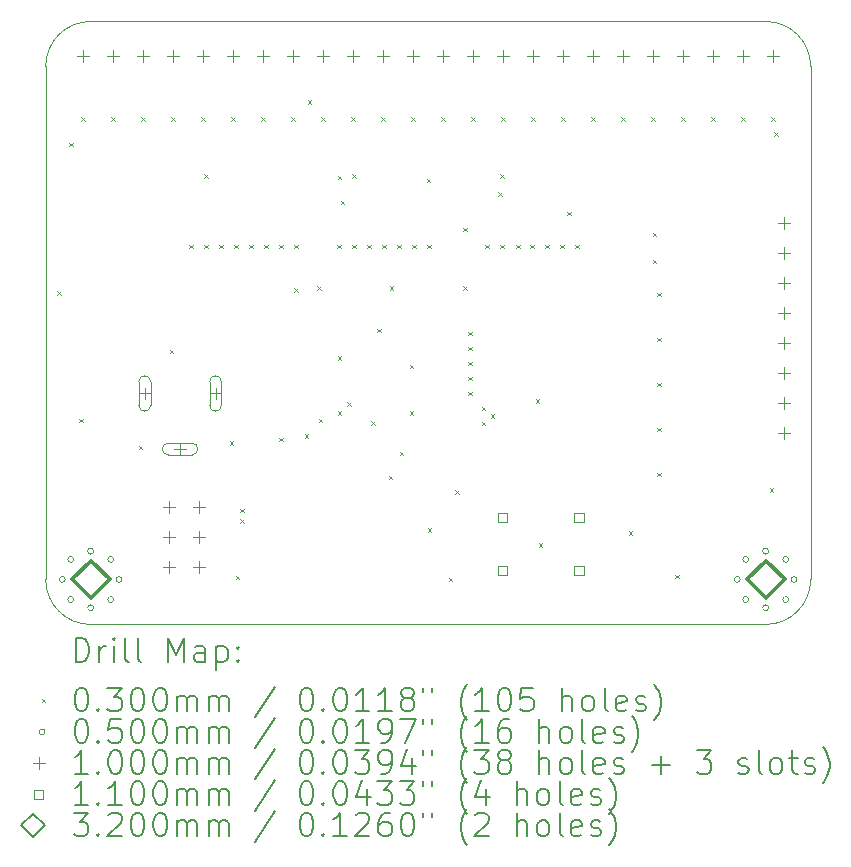
<source format=gbr>
%TF.GenerationSoftware,KiCad,Pcbnew,8.0.1*%
%TF.CreationDate,2024-04-26T21:38:33+06:30*%
%TF.ProjectId,Project,50726f6a-6563-4742-9e6b-696361645f70,1.0*%
%TF.SameCoordinates,PX60e4b00PY853a720*%
%TF.FileFunction,Drillmap*%
%TF.FilePolarity,Positive*%
%FSLAX45Y45*%
G04 Gerber Fmt 4.5, Leading zero omitted, Abs format (unit mm)*
G04 Created by KiCad (PCBNEW 8.0.1) date 2024-04-26 21:38:33*
%MOMM*%
%LPD*%
G01*
G04 APERTURE LIST*
%ADD10C,0.100000*%
%ADD11C,0.200000*%
%ADD12C,0.110000*%
%ADD13C,0.320000*%
G04 APERTURE END LIST*
D10*
X6096000Y5105400D02*
G75*
G02*
X6477000Y4724400I0J-381000D01*
G01*
X0Y4724400D02*
G75*
G02*
X381000Y5105400I381000J0D01*
G01*
X6477000Y381000D02*
G75*
G02*
X6096000Y0I-381000J0D01*
G01*
X0Y4724400D02*
X0Y381000D01*
X6096000Y5105400D02*
X381000Y5105400D01*
X381000Y0D02*
X6096000Y0D01*
X381000Y0D02*
G75*
G02*
X0Y381000I0J381000D01*
G01*
X6477000Y381000D02*
X6477000Y4724400D01*
D11*
D10*
X99300Y2821700D02*
X129300Y2791700D01*
X129300Y2821700D02*
X99300Y2791700D01*
X198360Y4079000D02*
X228360Y4049000D01*
X228360Y4079000D02*
X198360Y4049000D01*
X284720Y1742200D02*
X314720Y1712200D01*
X314720Y1742200D02*
X284720Y1712200D01*
X302500Y4294900D02*
X332500Y4264900D01*
X332500Y4294900D02*
X302500Y4264900D01*
X556500Y4294900D02*
X586500Y4264900D01*
X586500Y4294900D02*
X556500Y4264900D01*
X787640Y1513600D02*
X817640Y1483600D01*
X817640Y1513600D02*
X787640Y1483600D01*
X810500Y4294900D02*
X840500Y4264900D01*
X840500Y4294900D02*
X810500Y4264900D01*
X1051800Y2326400D02*
X1081800Y2296400D01*
X1081800Y2326400D02*
X1051800Y2296400D01*
X1064500Y4294900D02*
X1094500Y4264900D01*
X1094500Y4294900D02*
X1064500Y4264900D01*
X1216900Y3215400D02*
X1246900Y3185400D01*
X1246900Y3215400D02*
X1216900Y3185400D01*
X1318500Y4294900D02*
X1348500Y4264900D01*
X1348500Y4294900D02*
X1318500Y4264900D01*
X1343900Y3812300D02*
X1373900Y3782300D01*
X1373900Y3812300D02*
X1343900Y3782300D01*
X1343900Y3215400D02*
X1373900Y3185400D01*
X1373900Y3215400D02*
X1343900Y3185400D01*
X1470900Y3215400D02*
X1500900Y3185400D01*
X1500900Y3215400D02*
X1470900Y3185400D01*
X1559800Y1549160D02*
X1589800Y1519160D01*
X1589800Y1549160D02*
X1559800Y1519160D01*
X1572500Y4294900D02*
X1602500Y4264900D01*
X1602500Y4294900D02*
X1572500Y4264900D01*
X1597900Y3215400D02*
X1627900Y3185400D01*
X1627900Y3215400D02*
X1597900Y3185400D01*
X1610600Y411240D02*
X1640600Y381240D01*
X1640600Y411240D02*
X1610600Y381240D01*
X1648700Y891300D02*
X1678700Y861300D01*
X1678700Y891300D02*
X1648700Y861300D01*
X1648814Y980086D02*
X1678814Y950086D01*
X1678814Y980086D02*
X1648814Y950086D01*
X1724900Y3215400D02*
X1754900Y3185400D01*
X1754900Y3215400D02*
X1724900Y3185400D01*
X1826500Y4294900D02*
X1856500Y4264900D01*
X1856500Y4294900D02*
X1826500Y4264900D01*
X1851900Y3215400D02*
X1881900Y3185400D01*
X1881900Y3215400D02*
X1851900Y3185400D01*
X1976360Y1579640D02*
X2006360Y1549640D01*
X2006360Y1579640D02*
X1976360Y1549640D01*
X1978900Y3215400D02*
X2008900Y3185400D01*
X2008900Y3215400D02*
X1978900Y3185400D01*
X2080500Y4294900D02*
X2110500Y4264900D01*
X2110500Y4294900D02*
X2080500Y4264900D01*
X2105900Y3215400D02*
X2135900Y3185400D01*
X2135900Y3215400D02*
X2105900Y3185400D01*
X2105900Y2847100D02*
X2135900Y2817100D01*
X2135900Y2847100D02*
X2105900Y2817100D01*
X2194800Y1610120D02*
X2224800Y1580120D01*
X2224800Y1610120D02*
X2194800Y1580120D01*
X2220200Y4439680D02*
X2250200Y4409680D01*
X2250200Y4439680D02*
X2220200Y4409680D01*
X2301480Y2864880D02*
X2331480Y2834880D01*
X2331480Y2864880D02*
X2301480Y2834880D01*
X2311000Y1742200D02*
X2341000Y1712200D01*
X2341000Y1742200D02*
X2311000Y1712200D01*
X2334500Y4294900D02*
X2364500Y4264900D01*
X2364500Y4294900D02*
X2334500Y4264900D01*
X2469120Y3215400D02*
X2499120Y3185400D01*
X2499120Y3215400D02*
X2469120Y3185400D01*
X2471000Y2270520D02*
X2501000Y2240520D01*
X2501000Y2270520D02*
X2471000Y2240520D01*
X2471000Y1805700D02*
X2501000Y1775700D01*
X2501000Y1805700D02*
X2471000Y1775700D01*
X2474200Y3799600D02*
X2504200Y3769600D01*
X2504200Y3799600D02*
X2474200Y3769600D01*
X2499600Y3586240D02*
X2529600Y3556240D01*
X2529600Y3586240D02*
X2499600Y3556240D01*
X2551000Y1881300D02*
X2581000Y1851300D01*
X2581000Y1881300D02*
X2551000Y1851300D01*
X2588500Y4294900D02*
X2618500Y4264900D01*
X2618500Y4294900D02*
X2588500Y4264900D01*
X2596120Y3812300D02*
X2626120Y3782300D01*
X2626120Y3812300D02*
X2596120Y3782300D01*
X2596120Y3215400D02*
X2626120Y3185400D01*
X2626120Y3215400D02*
X2596120Y3185400D01*
X2723120Y3215400D02*
X2753120Y3185400D01*
X2753120Y3215400D02*
X2723120Y3185400D01*
X2758680Y1721880D02*
X2788680Y1691880D01*
X2788680Y1721880D02*
X2758680Y1691880D01*
X2805035Y2504200D02*
X2835035Y2474200D01*
X2835035Y2504200D02*
X2805035Y2474200D01*
X2842500Y4294900D02*
X2872500Y4264900D01*
X2872500Y4294900D02*
X2842500Y4264900D01*
X2850120Y3215400D02*
X2880120Y3185400D01*
X2880120Y3215400D02*
X2850120Y3185400D01*
X2905886Y1259600D02*
X2935886Y1229600D01*
X2935886Y1259600D02*
X2905886Y1229600D01*
X2912820Y2865680D02*
X2942820Y2835680D01*
X2942820Y2865680D02*
X2912820Y2835680D01*
X2977120Y3215400D02*
X3007120Y3185400D01*
X3007120Y3215400D02*
X2977120Y3185400D01*
X2997440Y1462800D02*
X3027440Y1432800D01*
X3027440Y1462800D02*
X2997440Y1432800D01*
X3083800Y2199400D02*
X3113800Y2169400D01*
X3113800Y2199400D02*
X3083800Y2169400D01*
X3083800Y1805700D02*
X3113800Y1775700D01*
X3113800Y1805700D02*
X3083800Y1775700D01*
X3096500Y4294900D02*
X3126500Y4264900D01*
X3126500Y4294900D02*
X3096500Y4264900D01*
X3104120Y3215400D02*
X3134120Y3185400D01*
X3134120Y3215400D02*
X3104120Y3185400D01*
X3226040Y3774200D02*
X3256040Y3744200D01*
X3256040Y3774200D02*
X3226040Y3744200D01*
X3231120Y3215400D02*
X3261120Y3185400D01*
X3261120Y3215400D02*
X3231120Y3185400D01*
X3236200Y815100D02*
X3266200Y785100D01*
X3266200Y815100D02*
X3236200Y785100D01*
X3350500Y4294900D02*
X3380500Y4264900D01*
X3380500Y4294900D02*
X3350500Y4264900D01*
X3414000Y396000D02*
X3444000Y366000D01*
X3444000Y396000D02*
X3414000Y366000D01*
X3469880Y1137680D02*
X3499880Y1107680D01*
X3499880Y1137680D02*
X3469880Y1107680D01*
X3535920Y3357640D02*
X3565920Y3327640D01*
X3565920Y3357640D02*
X3535920Y3327640D01*
X3535920Y2864880D02*
X3565920Y2834880D01*
X3565920Y2864880D02*
X3535920Y2834880D01*
X3579100Y2478800D02*
X3609100Y2448800D01*
X3609100Y2478800D02*
X3579100Y2448800D01*
X3579100Y2350500D02*
X3609100Y2320500D01*
X3609100Y2350500D02*
X3579100Y2320500D01*
X3579100Y2224800D02*
X3609100Y2194800D01*
X3609100Y2224800D02*
X3579100Y2194800D01*
X3579100Y2096500D02*
X3609100Y2066500D01*
X3609100Y2096500D02*
X3579100Y2066500D01*
X3579100Y1969500D02*
X3609100Y1939500D01*
X3609100Y1969500D02*
X3579100Y1939500D01*
X3604500Y4294900D02*
X3634500Y4264900D01*
X3634500Y4294900D02*
X3604500Y4264900D01*
X3693400Y1842500D02*
X3723400Y1812500D01*
X3723400Y1842500D02*
X3693400Y1812500D01*
X3693400Y1715500D02*
X3723400Y1685500D01*
X3723400Y1715500D02*
X3693400Y1685500D01*
X3721340Y3215400D02*
X3751340Y3185400D01*
X3751340Y3215400D02*
X3721340Y3185400D01*
X3769600Y1778621D02*
X3799600Y1748621D01*
X3799600Y1778621D02*
X3769600Y1748621D01*
X3830560Y3657360D02*
X3860560Y3627360D01*
X3860560Y3657360D02*
X3830560Y3627360D01*
X3848340Y3812300D02*
X3878340Y3782300D01*
X3878340Y3812300D02*
X3848340Y3782300D01*
X3848340Y3215400D02*
X3878340Y3185400D01*
X3878340Y3215400D02*
X3848340Y3185400D01*
X3858500Y4294900D02*
X3888500Y4264900D01*
X3888500Y4294900D02*
X3858500Y4264900D01*
X3985500Y3215400D02*
X4015500Y3185400D01*
X4015500Y3215400D02*
X3985500Y3185400D01*
X4102340Y3215400D02*
X4132340Y3185400D01*
X4132340Y3215400D02*
X4102340Y3185400D01*
X4112500Y4294900D02*
X4142500Y4264900D01*
X4142500Y4294900D02*
X4112500Y4264900D01*
X4150600Y1906500D02*
X4180600Y1876500D01*
X4180600Y1906500D02*
X4150600Y1876500D01*
X4176000Y688100D02*
X4206000Y658100D01*
X4206000Y688100D02*
X4176000Y658100D01*
X4229340Y3215400D02*
X4259340Y3185400D01*
X4259340Y3215400D02*
X4229340Y3185400D01*
X4356340Y3215400D02*
X4386340Y3185400D01*
X4386340Y3215400D02*
X4356340Y3185400D01*
X4366500Y4294900D02*
X4396500Y4264900D01*
X4396500Y4294900D02*
X4366500Y4264900D01*
X4417300Y3494800D02*
X4447300Y3464800D01*
X4447300Y3494800D02*
X4417300Y3464800D01*
X4483340Y3215400D02*
X4513340Y3185400D01*
X4513340Y3215400D02*
X4483340Y3185400D01*
X4620500Y4294900D02*
X4650500Y4264900D01*
X4650500Y4294900D02*
X4620500Y4264900D01*
X4874500Y4294900D02*
X4904500Y4264900D01*
X4904500Y4294900D02*
X4874500Y4264900D01*
X4938000Y789700D02*
X4968000Y759700D01*
X4968000Y789700D02*
X4938000Y759700D01*
X5128500Y4294900D02*
X5158500Y4264900D01*
X5158500Y4294900D02*
X5128500Y4264900D01*
X5141200Y3317000D02*
X5171200Y3287000D01*
X5171200Y3317000D02*
X5141200Y3287000D01*
X5141200Y3088400D02*
X5171200Y3058400D01*
X5171200Y3088400D02*
X5141200Y3058400D01*
X5179300Y2809000D02*
X5209300Y2779000D01*
X5209300Y2809000D02*
X5179300Y2779000D01*
X5179300Y2428000D02*
X5209300Y2398000D01*
X5209300Y2428000D02*
X5179300Y2398000D01*
X5179300Y2047000D02*
X5209300Y2017000D01*
X5209300Y2047000D02*
X5179300Y2017000D01*
X5179300Y1665993D02*
X5209300Y1635993D01*
X5209300Y1665993D02*
X5179300Y1635993D01*
X5179300Y1286050D02*
X5209300Y1256050D01*
X5209300Y1286050D02*
X5179300Y1256050D01*
X5331700Y421400D02*
X5361700Y391400D01*
X5361700Y421400D02*
X5331700Y391400D01*
X5382500Y4294900D02*
X5412500Y4264900D01*
X5412500Y4294900D02*
X5382500Y4264900D01*
X5636500Y4294900D02*
X5666500Y4264900D01*
X5666500Y4294900D02*
X5636500Y4264900D01*
X5890500Y4294900D02*
X5920500Y4264900D01*
X5920500Y4294900D02*
X5890500Y4264900D01*
X6131800Y1152920D02*
X6161800Y1122920D01*
X6161800Y1152920D02*
X6131800Y1122920D01*
X6144500Y4294900D02*
X6174500Y4264900D01*
X6174500Y4294900D02*
X6144500Y4264900D01*
X6169900Y4167900D02*
X6199900Y4137900D01*
X6199900Y4167900D02*
X6169900Y4137900D01*
X166000Y381000D02*
G75*
G02*
X116000Y381000I-25000J0D01*
G01*
X116000Y381000D02*
G75*
G02*
X166000Y381000I25000J0D01*
G01*
X236294Y550706D02*
G75*
G02*
X186294Y550706I-25000J0D01*
G01*
X186294Y550706D02*
G75*
G02*
X236294Y550706I25000J0D01*
G01*
X236294Y211294D02*
G75*
G02*
X186294Y211294I-25000J0D01*
G01*
X186294Y211294D02*
G75*
G02*
X236294Y211294I25000J0D01*
G01*
X406000Y621000D02*
G75*
G02*
X356000Y621000I-25000J0D01*
G01*
X356000Y621000D02*
G75*
G02*
X406000Y621000I25000J0D01*
G01*
X406000Y141000D02*
G75*
G02*
X356000Y141000I-25000J0D01*
G01*
X356000Y141000D02*
G75*
G02*
X406000Y141000I25000J0D01*
G01*
X575706Y550706D02*
G75*
G02*
X525706Y550706I-25000J0D01*
G01*
X525706Y550706D02*
G75*
G02*
X575706Y550706I25000J0D01*
G01*
X575706Y211294D02*
G75*
G02*
X525706Y211294I-25000J0D01*
G01*
X525706Y211294D02*
G75*
G02*
X575706Y211294I25000J0D01*
G01*
X646000Y381000D02*
G75*
G02*
X596000Y381000I-25000J0D01*
G01*
X596000Y381000D02*
G75*
G02*
X646000Y381000I25000J0D01*
G01*
X5881000Y381000D02*
G75*
G02*
X5831000Y381000I-25000J0D01*
G01*
X5831000Y381000D02*
G75*
G02*
X5881000Y381000I25000J0D01*
G01*
X5951294Y550706D02*
G75*
G02*
X5901294Y550706I-25000J0D01*
G01*
X5901294Y550706D02*
G75*
G02*
X5951294Y550706I25000J0D01*
G01*
X5951294Y211294D02*
G75*
G02*
X5901294Y211294I-25000J0D01*
G01*
X5901294Y211294D02*
G75*
G02*
X5951294Y211294I25000J0D01*
G01*
X6121000Y621000D02*
G75*
G02*
X6071000Y621000I-25000J0D01*
G01*
X6071000Y621000D02*
G75*
G02*
X6121000Y621000I25000J0D01*
G01*
X6121000Y141000D02*
G75*
G02*
X6071000Y141000I-25000J0D01*
G01*
X6071000Y141000D02*
G75*
G02*
X6121000Y141000I25000J0D01*
G01*
X6290706Y550706D02*
G75*
G02*
X6240706Y550706I-25000J0D01*
G01*
X6240706Y550706D02*
G75*
G02*
X6290706Y550706I25000J0D01*
G01*
X6290706Y211294D02*
G75*
G02*
X6240706Y211294I-25000J0D01*
G01*
X6240706Y211294D02*
G75*
G02*
X6290706Y211294I25000J0D01*
G01*
X6361000Y381000D02*
G75*
G02*
X6311000Y381000I-25000J0D01*
G01*
X6311000Y381000D02*
G75*
G02*
X6361000Y381000I25000J0D01*
G01*
X318500Y4863400D02*
X318500Y4763400D01*
X268500Y4813400D02*
X368500Y4813400D01*
X572500Y4863400D02*
X572500Y4763400D01*
X522500Y4813400D02*
X622500Y4813400D01*
X826500Y4863400D02*
X826500Y4763400D01*
X776500Y4813400D02*
X876500Y4813400D01*
X838200Y2005800D02*
X838200Y1905800D01*
X788200Y1955800D02*
X888200Y1955800D01*
X788200Y2055800D02*
X788200Y1855800D01*
X888200Y1855800D02*
G75*
G02*
X788200Y1855800I-50000J0D01*
G01*
X888200Y1855800D02*
X888200Y2055800D01*
X888200Y2055800D02*
G75*
G03*
X788200Y2055800I-50000J0D01*
G01*
X1041900Y1042100D02*
X1041900Y942100D01*
X991900Y992100D02*
X1091900Y992100D01*
X1041900Y788100D02*
X1041900Y688100D01*
X991900Y738100D02*
X1091900Y738100D01*
X1041900Y534100D02*
X1041900Y434100D01*
X991900Y484100D02*
X1091900Y484100D01*
X1080500Y4863400D02*
X1080500Y4763400D01*
X1030500Y4813400D02*
X1130500Y4813400D01*
X1138200Y1535800D02*
X1138200Y1435800D01*
X1088200Y1485800D02*
X1188200Y1485800D01*
X1038200Y1435800D02*
X1238200Y1435800D01*
X1238200Y1535800D02*
G75*
G02*
X1238200Y1435800I0J-50000D01*
G01*
X1238200Y1535800D02*
X1038200Y1535800D01*
X1038200Y1535800D02*
G75*
G03*
X1038200Y1435800I0J-50000D01*
G01*
X1295900Y1042100D02*
X1295900Y942100D01*
X1245900Y992100D02*
X1345900Y992100D01*
X1295900Y788100D02*
X1295900Y688100D01*
X1245900Y738100D02*
X1345900Y738100D01*
X1295900Y534100D02*
X1295900Y434100D01*
X1245900Y484100D02*
X1345900Y484100D01*
X1334500Y4863400D02*
X1334500Y4763400D01*
X1284500Y4813400D02*
X1384500Y4813400D01*
X1438200Y2005800D02*
X1438200Y1905800D01*
X1388200Y1955800D02*
X1488200Y1955800D01*
X1388200Y2055800D02*
X1388200Y1855800D01*
X1488200Y1855800D02*
G75*
G02*
X1388200Y1855800I-50000J0D01*
G01*
X1488200Y1855800D02*
X1488200Y2055800D01*
X1488200Y2055800D02*
G75*
G03*
X1388200Y2055800I-50000J0D01*
G01*
X1588500Y4863400D02*
X1588500Y4763400D01*
X1538500Y4813400D02*
X1638500Y4813400D01*
X1842500Y4863400D02*
X1842500Y4763400D01*
X1792500Y4813400D02*
X1892500Y4813400D01*
X2096500Y4863400D02*
X2096500Y4763400D01*
X2046500Y4813400D02*
X2146500Y4813400D01*
X2350500Y4863400D02*
X2350500Y4763400D01*
X2300500Y4813400D02*
X2400500Y4813400D01*
X2604500Y4863400D02*
X2604500Y4763400D01*
X2554500Y4813400D02*
X2654500Y4813400D01*
X2858500Y4863400D02*
X2858500Y4763400D01*
X2808500Y4813400D02*
X2908500Y4813400D01*
X3112500Y4863400D02*
X3112500Y4763400D01*
X3062500Y4813400D02*
X3162500Y4813400D01*
X3366500Y4863400D02*
X3366500Y4763400D01*
X3316500Y4813400D02*
X3416500Y4813400D01*
X3620500Y4863400D02*
X3620500Y4763400D01*
X3570500Y4813400D02*
X3670500Y4813400D01*
X3874500Y4863400D02*
X3874500Y4763400D01*
X3824500Y4813400D02*
X3924500Y4813400D01*
X4128500Y4863400D02*
X4128500Y4763400D01*
X4078500Y4813400D02*
X4178500Y4813400D01*
X4382500Y4863400D02*
X4382500Y4763400D01*
X4332500Y4813400D02*
X4432500Y4813400D01*
X4636500Y4863400D02*
X4636500Y4763400D01*
X4586500Y4813400D02*
X4686500Y4813400D01*
X4890500Y4863400D02*
X4890500Y4763400D01*
X4840500Y4813400D02*
X4940500Y4813400D01*
X5144500Y4863400D02*
X5144500Y4763400D01*
X5094500Y4813400D02*
X5194500Y4813400D01*
X5398500Y4863400D02*
X5398500Y4763400D01*
X5348500Y4813400D02*
X5448500Y4813400D01*
X5652500Y4863400D02*
X5652500Y4763400D01*
X5602500Y4813400D02*
X5702500Y4813400D01*
X5906500Y4863400D02*
X5906500Y4763400D01*
X5856500Y4813400D02*
X5956500Y4813400D01*
X6160500Y4863400D02*
X6160500Y4763400D01*
X6110500Y4813400D02*
X6210500Y4813400D01*
X6248400Y3452100D02*
X6248400Y3352100D01*
X6198400Y3402100D02*
X6298400Y3402100D01*
X6248400Y3198100D02*
X6248400Y3098100D01*
X6198400Y3148100D02*
X6298400Y3148100D01*
X6248400Y2944100D02*
X6248400Y2844100D01*
X6198400Y2894100D02*
X6298400Y2894100D01*
X6248400Y2690100D02*
X6248400Y2590100D01*
X6198400Y2640100D02*
X6298400Y2640100D01*
X6248400Y2436100D02*
X6248400Y2336100D01*
X6198400Y2386100D02*
X6298400Y2386100D01*
X6248400Y2182100D02*
X6248400Y2082100D01*
X6198400Y2132100D02*
X6298400Y2132100D01*
X6248400Y1928100D02*
X6248400Y1828100D01*
X6198400Y1878100D02*
X6298400Y1878100D01*
X6248400Y1674100D02*
X6248400Y1574100D01*
X6198400Y1624100D02*
X6298400Y1624100D01*
D12*
X3904891Y866829D02*
X3904891Y944611D01*
X3827109Y944611D01*
X3827109Y866829D01*
X3904891Y866829D01*
X3904891Y416829D02*
X3904891Y494611D01*
X3827109Y494611D01*
X3827109Y416829D01*
X3904891Y416829D01*
X4554891Y866829D02*
X4554891Y944611D01*
X4477109Y944611D01*
X4477109Y866829D01*
X4554891Y866829D01*
X4554891Y416829D02*
X4554891Y494611D01*
X4477109Y494611D01*
X4477109Y416829D01*
X4554891Y416829D01*
D13*
X381000Y221000D02*
X541000Y381000D01*
X381000Y541000D01*
X221000Y381000D01*
X381000Y221000D01*
X6096000Y221000D02*
X6256000Y381000D01*
X6096000Y541000D01*
X5936000Y381000D01*
X6096000Y221000D01*
D11*
X255777Y-316484D02*
X255777Y-116484D01*
X255777Y-116484D02*
X303396Y-116484D01*
X303396Y-116484D02*
X331967Y-126008D01*
X331967Y-126008D02*
X351015Y-145055D01*
X351015Y-145055D02*
X360539Y-164103D01*
X360539Y-164103D02*
X370062Y-202198D01*
X370062Y-202198D02*
X370062Y-230769D01*
X370062Y-230769D02*
X360539Y-268865D01*
X360539Y-268865D02*
X351015Y-287912D01*
X351015Y-287912D02*
X331967Y-306960D01*
X331967Y-306960D02*
X303396Y-316484D01*
X303396Y-316484D02*
X255777Y-316484D01*
X455777Y-316484D02*
X455777Y-183150D01*
X455777Y-221246D02*
X465301Y-202198D01*
X465301Y-202198D02*
X474824Y-192674D01*
X474824Y-192674D02*
X493872Y-183150D01*
X493872Y-183150D02*
X512920Y-183150D01*
X579586Y-316484D02*
X579586Y-183150D01*
X579586Y-116484D02*
X570063Y-126008D01*
X570063Y-126008D02*
X579586Y-135531D01*
X579586Y-135531D02*
X589110Y-126008D01*
X589110Y-126008D02*
X579586Y-116484D01*
X579586Y-116484D02*
X579586Y-135531D01*
X703396Y-316484D02*
X684348Y-306960D01*
X684348Y-306960D02*
X674824Y-287912D01*
X674824Y-287912D02*
X674824Y-116484D01*
X808158Y-316484D02*
X789110Y-306960D01*
X789110Y-306960D02*
X779586Y-287912D01*
X779586Y-287912D02*
X779586Y-116484D01*
X1036729Y-316484D02*
X1036729Y-116484D01*
X1036729Y-116484D02*
X1103396Y-259341D01*
X1103396Y-259341D02*
X1170063Y-116484D01*
X1170063Y-116484D02*
X1170063Y-316484D01*
X1351015Y-316484D02*
X1351015Y-211722D01*
X1351015Y-211722D02*
X1341491Y-192674D01*
X1341491Y-192674D02*
X1322444Y-183150D01*
X1322444Y-183150D02*
X1284348Y-183150D01*
X1284348Y-183150D02*
X1265301Y-192674D01*
X1351015Y-306960D02*
X1331967Y-316484D01*
X1331967Y-316484D02*
X1284348Y-316484D01*
X1284348Y-316484D02*
X1265301Y-306960D01*
X1265301Y-306960D02*
X1255777Y-287912D01*
X1255777Y-287912D02*
X1255777Y-268865D01*
X1255777Y-268865D02*
X1265301Y-249817D01*
X1265301Y-249817D02*
X1284348Y-240293D01*
X1284348Y-240293D02*
X1331967Y-240293D01*
X1331967Y-240293D02*
X1351015Y-230769D01*
X1446253Y-183150D02*
X1446253Y-383150D01*
X1446253Y-192674D02*
X1465301Y-183150D01*
X1465301Y-183150D02*
X1503396Y-183150D01*
X1503396Y-183150D02*
X1522443Y-192674D01*
X1522443Y-192674D02*
X1531967Y-202198D01*
X1531967Y-202198D02*
X1541491Y-221246D01*
X1541491Y-221246D02*
X1541491Y-278389D01*
X1541491Y-278389D02*
X1531967Y-297436D01*
X1531967Y-297436D02*
X1522443Y-306960D01*
X1522443Y-306960D02*
X1503396Y-316484D01*
X1503396Y-316484D02*
X1465301Y-316484D01*
X1465301Y-316484D02*
X1446253Y-306960D01*
X1627205Y-297436D02*
X1636729Y-306960D01*
X1636729Y-306960D02*
X1627205Y-316484D01*
X1627205Y-316484D02*
X1617682Y-306960D01*
X1617682Y-306960D02*
X1627205Y-297436D01*
X1627205Y-297436D02*
X1627205Y-316484D01*
X1627205Y-192674D02*
X1636729Y-202198D01*
X1636729Y-202198D02*
X1627205Y-211722D01*
X1627205Y-211722D02*
X1617682Y-202198D01*
X1617682Y-202198D02*
X1627205Y-192674D01*
X1627205Y-192674D02*
X1627205Y-211722D01*
D10*
X-35000Y-630000D02*
X-5000Y-660000D01*
X-5000Y-630000D02*
X-35000Y-660000D01*
D11*
X293872Y-536484D02*
X312920Y-536484D01*
X312920Y-536484D02*
X331967Y-546008D01*
X331967Y-546008D02*
X341491Y-555531D01*
X341491Y-555531D02*
X351015Y-574579D01*
X351015Y-574579D02*
X360539Y-612674D01*
X360539Y-612674D02*
X360539Y-660293D01*
X360539Y-660293D02*
X351015Y-698389D01*
X351015Y-698389D02*
X341491Y-717436D01*
X341491Y-717436D02*
X331967Y-726960D01*
X331967Y-726960D02*
X312920Y-736484D01*
X312920Y-736484D02*
X293872Y-736484D01*
X293872Y-736484D02*
X274824Y-726960D01*
X274824Y-726960D02*
X265301Y-717436D01*
X265301Y-717436D02*
X255777Y-698389D01*
X255777Y-698389D02*
X246253Y-660293D01*
X246253Y-660293D02*
X246253Y-612674D01*
X246253Y-612674D02*
X255777Y-574579D01*
X255777Y-574579D02*
X265301Y-555531D01*
X265301Y-555531D02*
X274824Y-546008D01*
X274824Y-546008D02*
X293872Y-536484D01*
X446253Y-717436D02*
X455777Y-726960D01*
X455777Y-726960D02*
X446253Y-736484D01*
X446253Y-736484D02*
X436729Y-726960D01*
X436729Y-726960D02*
X446253Y-717436D01*
X446253Y-717436D02*
X446253Y-736484D01*
X522443Y-536484D02*
X646253Y-536484D01*
X646253Y-536484D02*
X579586Y-612674D01*
X579586Y-612674D02*
X608158Y-612674D01*
X608158Y-612674D02*
X627205Y-622198D01*
X627205Y-622198D02*
X636729Y-631722D01*
X636729Y-631722D02*
X646253Y-650770D01*
X646253Y-650770D02*
X646253Y-698389D01*
X646253Y-698389D02*
X636729Y-717436D01*
X636729Y-717436D02*
X627205Y-726960D01*
X627205Y-726960D02*
X608158Y-736484D01*
X608158Y-736484D02*
X551015Y-736484D01*
X551015Y-736484D02*
X531967Y-726960D01*
X531967Y-726960D02*
X522443Y-717436D01*
X770062Y-536484D02*
X789110Y-536484D01*
X789110Y-536484D02*
X808158Y-546008D01*
X808158Y-546008D02*
X817682Y-555531D01*
X817682Y-555531D02*
X827205Y-574579D01*
X827205Y-574579D02*
X836729Y-612674D01*
X836729Y-612674D02*
X836729Y-660293D01*
X836729Y-660293D02*
X827205Y-698389D01*
X827205Y-698389D02*
X817682Y-717436D01*
X817682Y-717436D02*
X808158Y-726960D01*
X808158Y-726960D02*
X789110Y-736484D01*
X789110Y-736484D02*
X770062Y-736484D01*
X770062Y-736484D02*
X751015Y-726960D01*
X751015Y-726960D02*
X741491Y-717436D01*
X741491Y-717436D02*
X731967Y-698389D01*
X731967Y-698389D02*
X722443Y-660293D01*
X722443Y-660293D02*
X722443Y-612674D01*
X722443Y-612674D02*
X731967Y-574579D01*
X731967Y-574579D02*
X741491Y-555531D01*
X741491Y-555531D02*
X751015Y-546008D01*
X751015Y-546008D02*
X770062Y-536484D01*
X960539Y-536484D02*
X979586Y-536484D01*
X979586Y-536484D02*
X998634Y-546008D01*
X998634Y-546008D02*
X1008158Y-555531D01*
X1008158Y-555531D02*
X1017682Y-574579D01*
X1017682Y-574579D02*
X1027205Y-612674D01*
X1027205Y-612674D02*
X1027205Y-660293D01*
X1027205Y-660293D02*
X1017682Y-698389D01*
X1017682Y-698389D02*
X1008158Y-717436D01*
X1008158Y-717436D02*
X998634Y-726960D01*
X998634Y-726960D02*
X979586Y-736484D01*
X979586Y-736484D02*
X960539Y-736484D01*
X960539Y-736484D02*
X941491Y-726960D01*
X941491Y-726960D02*
X931967Y-717436D01*
X931967Y-717436D02*
X922443Y-698389D01*
X922443Y-698389D02*
X912920Y-660293D01*
X912920Y-660293D02*
X912920Y-612674D01*
X912920Y-612674D02*
X922443Y-574579D01*
X922443Y-574579D02*
X931967Y-555531D01*
X931967Y-555531D02*
X941491Y-546008D01*
X941491Y-546008D02*
X960539Y-536484D01*
X1112920Y-736484D02*
X1112920Y-603150D01*
X1112920Y-622198D02*
X1122444Y-612674D01*
X1122444Y-612674D02*
X1141491Y-603150D01*
X1141491Y-603150D02*
X1170063Y-603150D01*
X1170063Y-603150D02*
X1189110Y-612674D01*
X1189110Y-612674D02*
X1198634Y-631722D01*
X1198634Y-631722D02*
X1198634Y-736484D01*
X1198634Y-631722D02*
X1208158Y-612674D01*
X1208158Y-612674D02*
X1227205Y-603150D01*
X1227205Y-603150D02*
X1255777Y-603150D01*
X1255777Y-603150D02*
X1274825Y-612674D01*
X1274825Y-612674D02*
X1284348Y-631722D01*
X1284348Y-631722D02*
X1284348Y-736484D01*
X1379586Y-736484D02*
X1379586Y-603150D01*
X1379586Y-622198D02*
X1389110Y-612674D01*
X1389110Y-612674D02*
X1408158Y-603150D01*
X1408158Y-603150D02*
X1436729Y-603150D01*
X1436729Y-603150D02*
X1455777Y-612674D01*
X1455777Y-612674D02*
X1465301Y-631722D01*
X1465301Y-631722D02*
X1465301Y-736484D01*
X1465301Y-631722D02*
X1474824Y-612674D01*
X1474824Y-612674D02*
X1493872Y-603150D01*
X1493872Y-603150D02*
X1522443Y-603150D01*
X1522443Y-603150D02*
X1541491Y-612674D01*
X1541491Y-612674D02*
X1551015Y-631722D01*
X1551015Y-631722D02*
X1551015Y-736484D01*
X1941491Y-526960D02*
X1770063Y-784103D01*
X2198634Y-536484D02*
X2217682Y-536484D01*
X2217682Y-536484D02*
X2236729Y-546008D01*
X2236729Y-546008D02*
X2246253Y-555531D01*
X2246253Y-555531D02*
X2255777Y-574579D01*
X2255777Y-574579D02*
X2265301Y-612674D01*
X2265301Y-612674D02*
X2265301Y-660293D01*
X2265301Y-660293D02*
X2255777Y-698389D01*
X2255777Y-698389D02*
X2246253Y-717436D01*
X2246253Y-717436D02*
X2236729Y-726960D01*
X2236729Y-726960D02*
X2217682Y-736484D01*
X2217682Y-736484D02*
X2198634Y-736484D01*
X2198634Y-736484D02*
X2179587Y-726960D01*
X2179587Y-726960D02*
X2170063Y-717436D01*
X2170063Y-717436D02*
X2160539Y-698389D01*
X2160539Y-698389D02*
X2151015Y-660293D01*
X2151015Y-660293D02*
X2151015Y-612674D01*
X2151015Y-612674D02*
X2160539Y-574579D01*
X2160539Y-574579D02*
X2170063Y-555531D01*
X2170063Y-555531D02*
X2179587Y-546008D01*
X2179587Y-546008D02*
X2198634Y-536484D01*
X2351015Y-717436D02*
X2360539Y-726960D01*
X2360539Y-726960D02*
X2351015Y-736484D01*
X2351015Y-736484D02*
X2341491Y-726960D01*
X2341491Y-726960D02*
X2351015Y-717436D01*
X2351015Y-717436D02*
X2351015Y-736484D01*
X2484348Y-536484D02*
X2503396Y-536484D01*
X2503396Y-536484D02*
X2522444Y-546008D01*
X2522444Y-546008D02*
X2531968Y-555531D01*
X2531968Y-555531D02*
X2541491Y-574579D01*
X2541491Y-574579D02*
X2551015Y-612674D01*
X2551015Y-612674D02*
X2551015Y-660293D01*
X2551015Y-660293D02*
X2541491Y-698389D01*
X2541491Y-698389D02*
X2531968Y-717436D01*
X2531968Y-717436D02*
X2522444Y-726960D01*
X2522444Y-726960D02*
X2503396Y-736484D01*
X2503396Y-736484D02*
X2484348Y-736484D01*
X2484348Y-736484D02*
X2465301Y-726960D01*
X2465301Y-726960D02*
X2455777Y-717436D01*
X2455777Y-717436D02*
X2446253Y-698389D01*
X2446253Y-698389D02*
X2436729Y-660293D01*
X2436729Y-660293D02*
X2436729Y-612674D01*
X2436729Y-612674D02*
X2446253Y-574579D01*
X2446253Y-574579D02*
X2455777Y-555531D01*
X2455777Y-555531D02*
X2465301Y-546008D01*
X2465301Y-546008D02*
X2484348Y-536484D01*
X2741491Y-736484D02*
X2627206Y-736484D01*
X2684348Y-736484D02*
X2684348Y-536484D01*
X2684348Y-536484D02*
X2665301Y-565055D01*
X2665301Y-565055D02*
X2646253Y-584103D01*
X2646253Y-584103D02*
X2627206Y-593627D01*
X2931967Y-736484D02*
X2817682Y-736484D01*
X2874825Y-736484D02*
X2874825Y-536484D01*
X2874825Y-536484D02*
X2855777Y-565055D01*
X2855777Y-565055D02*
X2836729Y-584103D01*
X2836729Y-584103D02*
X2817682Y-593627D01*
X3046253Y-622198D02*
X3027206Y-612674D01*
X3027206Y-612674D02*
X3017682Y-603150D01*
X3017682Y-603150D02*
X3008158Y-584103D01*
X3008158Y-584103D02*
X3008158Y-574579D01*
X3008158Y-574579D02*
X3017682Y-555531D01*
X3017682Y-555531D02*
X3027206Y-546008D01*
X3027206Y-546008D02*
X3046253Y-536484D01*
X3046253Y-536484D02*
X3084348Y-536484D01*
X3084348Y-536484D02*
X3103396Y-546008D01*
X3103396Y-546008D02*
X3112920Y-555531D01*
X3112920Y-555531D02*
X3122444Y-574579D01*
X3122444Y-574579D02*
X3122444Y-584103D01*
X3122444Y-584103D02*
X3112920Y-603150D01*
X3112920Y-603150D02*
X3103396Y-612674D01*
X3103396Y-612674D02*
X3084348Y-622198D01*
X3084348Y-622198D02*
X3046253Y-622198D01*
X3046253Y-622198D02*
X3027206Y-631722D01*
X3027206Y-631722D02*
X3017682Y-641246D01*
X3017682Y-641246D02*
X3008158Y-660293D01*
X3008158Y-660293D02*
X3008158Y-698389D01*
X3008158Y-698389D02*
X3017682Y-717436D01*
X3017682Y-717436D02*
X3027206Y-726960D01*
X3027206Y-726960D02*
X3046253Y-736484D01*
X3046253Y-736484D02*
X3084348Y-736484D01*
X3084348Y-736484D02*
X3103396Y-726960D01*
X3103396Y-726960D02*
X3112920Y-717436D01*
X3112920Y-717436D02*
X3122444Y-698389D01*
X3122444Y-698389D02*
X3122444Y-660293D01*
X3122444Y-660293D02*
X3112920Y-641246D01*
X3112920Y-641246D02*
X3103396Y-631722D01*
X3103396Y-631722D02*
X3084348Y-622198D01*
X3198634Y-536484D02*
X3198634Y-574579D01*
X3274825Y-536484D02*
X3274825Y-574579D01*
X3570063Y-812674D02*
X3560539Y-803150D01*
X3560539Y-803150D02*
X3541491Y-774579D01*
X3541491Y-774579D02*
X3531968Y-755531D01*
X3531968Y-755531D02*
X3522444Y-726960D01*
X3522444Y-726960D02*
X3512920Y-679341D01*
X3512920Y-679341D02*
X3512920Y-641246D01*
X3512920Y-641246D02*
X3522444Y-593627D01*
X3522444Y-593627D02*
X3531968Y-565055D01*
X3531968Y-565055D02*
X3541491Y-546008D01*
X3541491Y-546008D02*
X3560539Y-517436D01*
X3560539Y-517436D02*
X3570063Y-507912D01*
X3751015Y-736484D02*
X3636729Y-736484D01*
X3693872Y-736484D02*
X3693872Y-536484D01*
X3693872Y-536484D02*
X3674825Y-565055D01*
X3674825Y-565055D02*
X3655777Y-584103D01*
X3655777Y-584103D02*
X3636729Y-593627D01*
X3874825Y-536484D02*
X3893872Y-536484D01*
X3893872Y-536484D02*
X3912920Y-546008D01*
X3912920Y-546008D02*
X3922444Y-555531D01*
X3922444Y-555531D02*
X3931968Y-574579D01*
X3931968Y-574579D02*
X3941491Y-612674D01*
X3941491Y-612674D02*
X3941491Y-660293D01*
X3941491Y-660293D02*
X3931968Y-698389D01*
X3931968Y-698389D02*
X3922444Y-717436D01*
X3922444Y-717436D02*
X3912920Y-726960D01*
X3912920Y-726960D02*
X3893872Y-736484D01*
X3893872Y-736484D02*
X3874825Y-736484D01*
X3874825Y-736484D02*
X3855777Y-726960D01*
X3855777Y-726960D02*
X3846253Y-717436D01*
X3846253Y-717436D02*
X3836729Y-698389D01*
X3836729Y-698389D02*
X3827206Y-660293D01*
X3827206Y-660293D02*
X3827206Y-612674D01*
X3827206Y-612674D02*
X3836729Y-574579D01*
X3836729Y-574579D02*
X3846253Y-555531D01*
X3846253Y-555531D02*
X3855777Y-546008D01*
X3855777Y-546008D02*
X3874825Y-536484D01*
X4122444Y-536484D02*
X4027206Y-536484D01*
X4027206Y-536484D02*
X4017682Y-631722D01*
X4017682Y-631722D02*
X4027206Y-622198D01*
X4027206Y-622198D02*
X4046253Y-612674D01*
X4046253Y-612674D02*
X4093872Y-612674D01*
X4093872Y-612674D02*
X4112920Y-622198D01*
X4112920Y-622198D02*
X4122444Y-631722D01*
X4122444Y-631722D02*
X4131968Y-650770D01*
X4131968Y-650770D02*
X4131968Y-698389D01*
X4131968Y-698389D02*
X4122444Y-717436D01*
X4122444Y-717436D02*
X4112920Y-726960D01*
X4112920Y-726960D02*
X4093872Y-736484D01*
X4093872Y-736484D02*
X4046253Y-736484D01*
X4046253Y-736484D02*
X4027206Y-726960D01*
X4027206Y-726960D02*
X4017682Y-717436D01*
X4370063Y-736484D02*
X4370063Y-536484D01*
X4455777Y-736484D02*
X4455777Y-631722D01*
X4455777Y-631722D02*
X4446253Y-612674D01*
X4446253Y-612674D02*
X4427206Y-603150D01*
X4427206Y-603150D02*
X4398634Y-603150D01*
X4398634Y-603150D02*
X4379587Y-612674D01*
X4379587Y-612674D02*
X4370063Y-622198D01*
X4579587Y-736484D02*
X4560539Y-726960D01*
X4560539Y-726960D02*
X4551015Y-717436D01*
X4551015Y-717436D02*
X4541492Y-698389D01*
X4541492Y-698389D02*
X4541492Y-641246D01*
X4541492Y-641246D02*
X4551015Y-622198D01*
X4551015Y-622198D02*
X4560539Y-612674D01*
X4560539Y-612674D02*
X4579587Y-603150D01*
X4579587Y-603150D02*
X4608158Y-603150D01*
X4608158Y-603150D02*
X4627206Y-612674D01*
X4627206Y-612674D02*
X4636730Y-622198D01*
X4636730Y-622198D02*
X4646253Y-641246D01*
X4646253Y-641246D02*
X4646253Y-698389D01*
X4646253Y-698389D02*
X4636730Y-717436D01*
X4636730Y-717436D02*
X4627206Y-726960D01*
X4627206Y-726960D02*
X4608158Y-736484D01*
X4608158Y-736484D02*
X4579587Y-736484D01*
X4760539Y-736484D02*
X4741492Y-726960D01*
X4741492Y-726960D02*
X4731968Y-707912D01*
X4731968Y-707912D02*
X4731968Y-536484D01*
X4912920Y-726960D02*
X4893873Y-736484D01*
X4893873Y-736484D02*
X4855777Y-736484D01*
X4855777Y-736484D02*
X4836730Y-726960D01*
X4836730Y-726960D02*
X4827206Y-707912D01*
X4827206Y-707912D02*
X4827206Y-631722D01*
X4827206Y-631722D02*
X4836730Y-612674D01*
X4836730Y-612674D02*
X4855777Y-603150D01*
X4855777Y-603150D02*
X4893873Y-603150D01*
X4893873Y-603150D02*
X4912920Y-612674D01*
X4912920Y-612674D02*
X4922444Y-631722D01*
X4922444Y-631722D02*
X4922444Y-650770D01*
X4922444Y-650770D02*
X4827206Y-669817D01*
X4998634Y-726960D02*
X5017682Y-736484D01*
X5017682Y-736484D02*
X5055777Y-736484D01*
X5055777Y-736484D02*
X5074825Y-726960D01*
X5074825Y-726960D02*
X5084349Y-707912D01*
X5084349Y-707912D02*
X5084349Y-698389D01*
X5084349Y-698389D02*
X5074825Y-679341D01*
X5074825Y-679341D02*
X5055777Y-669817D01*
X5055777Y-669817D02*
X5027206Y-669817D01*
X5027206Y-669817D02*
X5008158Y-660293D01*
X5008158Y-660293D02*
X4998634Y-641246D01*
X4998634Y-641246D02*
X4998634Y-631722D01*
X4998634Y-631722D02*
X5008158Y-612674D01*
X5008158Y-612674D02*
X5027206Y-603150D01*
X5027206Y-603150D02*
X5055777Y-603150D01*
X5055777Y-603150D02*
X5074825Y-612674D01*
X5151015Y-812674D02*
X5160539Y-803150D01*
X5160539Y-803150D02*
X5179587Y-774579D01*
X5179587Y-774579D02*
X5189111Y-755531D01*
X5189111Y-755531D02*
X5198634Y-726960D01*
X5198634Y-726960D02*
X5208158Y-679341D01*
X5208158Y-679341D02*
X5208158Y-641246D01*
X5208158Y-641246D02*
X5198634Y-593627D01*
X5198634Y-593627D02*
X5189111Y-565055D01*
X5189111Y-565055D02*
X5179587Y-546008D01*
X5179587Y-546008D02*
X5160539Y-517436D01*
X5160539Y-517436D02*
X5151015Y-507912D01*
D10*
X-5000Y-909000D02*
G75*
G02*
X-55000Y-909000I-25000J0D01*
G01*
X-55000Y-909000D02*
G75*
G02*
X-5000Y-909000I25000J0D01*
G01*
D11*
X293872Y-800484D02*
X312920Y-800484D01*
X312920Y-800484D02*
X331967Y-810008D01*
X331967Y-810008D02*
X341491Y-819531D01*
X341491Y-819531D02*
X351015Y-838579D01*
X351015Y-838579D02*
X360539Y-876674D01*
X360539Y-876674D02*
X360539Y-924293D01*
X360539Y-924293D02*
X351015Y-962388D01*
X351015Y-962388D02*
X341491Y-981436D01*
X341491Y-981436D02*
X331967Y-990960D01*
X331967Y-990960D02*
X312920Y-1000484D01*
X312920Y-1000484D02*
X293872Y-1000484D01*
X293872Y-1000484D02*
X274824Y-990960D01*
X274824Y-990960D02*
X265301Y-981436D01*
X265301Y-981436D02*
X255777Y-962388D01*
X255777Y-962388D02*
X246253Y-924293D01*
X246253Y-924293D02*
X246253Y-876674D01*
X246253Y-876674D02*
X255777Y-838579D01*
X255777Y-838579D02*
X265301Y-819531D01*
X265301Y-819531D02*
X274824Y-810008D01*
X274824Y-810008D02*
X293872Y-800484D01*
X446253Y-981436D02*
X455777Y-990960D01*
X455777Y-990960D02*
X446253Y-1000484D01*
X446253Y-1000484D02*
X436729Y-990960D01*
X436729Y-990960D02*
X446253Y-981436D01*
X446253Y-981436D02*
X446253Y-1000484D01*
X636729Y-800484D02*
X541491Y-800484D01*
X541491Y-800484D02*
X531967Y-895722D01*
X531967Y-895722D02*
X541491Y-886198D01*
X541491Y-886198D02*
X560539Y-876674D01*
X560539Y-876674D02*
X608158Y-876674D01*
X608158Y-876674D02*
X627205Y-886198D01*
X627205Y-886198D02*
X636729Y-895722D01*
X636729Y-895722D02*
X646253Y-914769D01*
X646253Y-914769D02*
X646253Y-962388D01*
X646253Y-962388D02*
X636729Y-981436D01*
X636729Y-981436D02*
X627205Y-990960D01*
X627205Y-990960D02*
X608158Y-1000484D01*
X608158Y-1000484D02*
X560539Y-1000484D01*
X560539Y-1000484D02*
X541491Y-990960D01*
X541491Y-990960D02*
X531967Y-981436D01*
X770062Y-800484D02*
X789110Y-800484D01*
X789110Y-800484D02*
X808158Y-810008D01*
X808158Y-810008D02*
X817682Y-819531D01*
X817682Y-819531D02*
X827205Y-838579D01*
X827205Y-838579D02*
X836729Y-876674D01*
X836729Y-876674D02*
X836729Y-924293D01*
X836729Y-924293D02*
X827205Y-962388D01*
X827205Y-962388D02*
X817682Y-981436D01*
X817682Y-981436D02*
X808158Y-990960D01*
X808158Y-990960D02*
X789110Y-1000484D01*
X789110Y-1000484D02*
X770062Y-1000484D01*
X770062Y-1000484D02*
X751015Y-990960D01*
X751015Y-990960D02*
X741491Y-981436D01*
X741491Y-981436D02*
X731967Y-962388D01*
X731967Y-962388D02*
X722443Y-924293D01*
X722443Y-924293D02*
X722443Y-876674D01*
X722443Y-876674D02*
X731967Y-838579D01*
X731967Y-838579D02*
X741491Y-819531D01*
X741491Y-819531D02*
X751015Y-810008D01*
X751015Y-810008D02*
X770062Y-800484D01*
X960539Y-800484D02*
X979586Y-800484D01*
X979586Y-800484D02*
X998634Y-810008D01*
X998634Y-810008D02*
X1008158Y-819531D01*
X1008158Y-819531D02*
X1017682Y-838579D01*
X1017682Y-838579D02*
X1027205Y-876674D01*
X1027205Y-876674D02*
X1027205Y-924293D01*
X1027205Y-924293D02*
X1017682Y-962388D01*
X1017682Y-962388D02*
X1008158Y-981436D01*
X1008158Y-981436D02*
X998634Y-990960D01*
X998634Y-990960D02*
X979586Y-1000484D01*
X979586Y-1000484D02*
X960539Y-1000484D01*
X960539Y-1000484D02*
X941491Y-990960D01*
X941491Y-990960D02*
X931967Y-981436D01*
X931967Y-981436D02*
X922443Y-962388D01*
X922443Y-962388D02*
X912920Y-924293D01*
X912920Y-924293D02*
X912920Y-876674D01*
X912920Y-876674D02*
X922443Y-838579D01*
X922443Y-838579D02*
X931967Y-819531D01*
X931967Y-819531D02*
X941491Y-810008D01*
X941491Y-810008D02*
X960539Y-800484D01*
X1112920Y-1000484D02*
X1112920Y-867150D01*
X1112920Y-886198D02*
X1122444Y-876674D01*
X1122444Y-876674D02*
X1141491Y-867150D01*
X1141491Y-867150D02*
X1170063Y-867150D01*
X1170063Y-867150D02*
X1189110Y-876674D01*
X1189110Y-876674D02*
X1198634Y-895722D01*
X1198634Y-895722D02*
X1198634Y-1000484D01*
X1198634Y-895722D02*
X1208158Y-876674D01*
X1208158Y-876674D02*
X1227205Y-867150D01*
X1227205Y-867150D02*
X1255777Y-867150D01*
X1255777Y-867150D02*
X1274825Y-876674D01*
X1274825Y-876674D02*
X1284348Y-895722D01*
X1284348Y-895722D02*
X1284348Y-1000484D01*
X1379586Y-1000484D02*
X1379586Y-867150D01*
X1379586Y-886198D02*
X1389110Y-876674D01*
X1389110Y-876674D02*
X1408158Y-867150D01*
X1408158Y-867150D02*
X1436729Y-867150D01*
X1436729Y-867150D02*
X1455777Y-876674D01*
X1455777Y-876674D02*
X1465301Y-895722D01*
X1465301Y-895722D02*
X1465301Y-1000484D01*
X1465301Y-895722D02*
X1474824Y-876674D01*
X1474824Y-876674D02*
X1493872Y-867150D01*
X1493872Y-867150D02*
X1522443Y-867150D01*
X1522443Y-867150D02*
X1541491Y-876674D01*
X1541491Y-876674D02*
X1551015Y-895722D01*
X1551015Y-895722D02*
X1551015Y-1000484D01*
X1941491Y-790960D02*
X1770063Y-1048103D01*
X2198634Y-800484D02*
X2217682Y-800484D01*
X2217682Y-800484D02*
X2236729Y-810008D01*
X2236729Y-810008D02*
X2246253Y-819531D01*
X2246253Y-819531D02*
X2255777Y-838579D01*
X2255777Y-838579D02*
X2265301Y-876674D01*
X2265301Y-876674D02*
X2265301Y-924293D01*
X2265301Y-924293D02*
X2255777Y-962388D01*
X2255777Y-962388D02*
X2246253Y-981436D01*
X2246253Y-981436D02*
X2236729Y-990960D01*
X2236729Y-990960D02*
X2217682Y-1000484D01*
X2217682Y-1000484D02*
X2198634Y-1000484D01*
X2198634Y-1000484D02*
X2179587Y-990960D01*
X2179587Y-990960D02*
X2170063Y-981436D01*
X2170063Y-981436D02*
X2160539Y-962388D01*
X2160539Y-962388D02*
X2151015Y-924293D01*
X2151015Y-924293D02*
X2151015Y-876674D01*
X2151015Y-876674D02*
X2160539Y-838579D01*
X2160539Y-838579D02*
X2170063Y-819531D01*
X2170063Y-819531D02*
X2179587Y-810008D01*
X2179587Y-810008D02*
X2198634Y-800484D01*
X2351015Y-981436D02*
X2360539Y-990960D01*
X2360539Y-990960D02*
X2351015Y-1000484D01*
X2351015Y-1000484D02*
X2341491Y-990960D01*
X2341491Y-990960D02*
X2351015Y-981436D01*
X2351015Y-981436D02*
X2351015Y-1000484D01*
X2484348Y-800484D02*
X2503396Y-800484D01*
X2503396Y-800484D02*
X2522444Y-810008D01*
X2522444Y-810008D02*
X2531968Y-819531D01*
X2531968Y-819531D02*
X2541491Y-838579D01*
X2541491Y-838579D02*
X2551015Y-876674D01*
X2551015Y-876674D02*
X2551015Y-924293D01*
X2551015Y-924293D02*
X2541491Y-962388D01*
X2541491Y-962388D02*
X2531968Y-981436D01*
X2531968Y-981436D02*
X2522444Y-990960D01*
X2522444Y-990960D02*
X2503396Y-1000484D01*
X2503396Y-1000484D02*
X2484348Y-1000484D01*
X2484348Y-1000484D02*
X2465301Y-990960D01*
X2465301Y-990960D02*
X2455777Y-981436D01*
X2455777Y-981436D02*
X2446253Y-962388D01*
X2446253Y-962388D02*
X2436729Y-924293D01*
X2436729Y-924293D02*
X2436729Y-876674D01*
X2436729Y-876674D02*
X2446253Y-838579D01*
X2446253Y-838579D02*
X2455777Y-819531D01*
X2455777Y-819531D02*
X2465301Y-810008D01*
X2465301Y-810008D02*
X2484348Y-800484D01*
X2741491Y-1000484D02*
X2627206Y-1000484D01*
X2684348Y-1000484D02*
X2684348Y-800484D01*
X2684348Y-800484D02*
X2665301Y-829055D01*
X2665301Y-829055D02*
X2646253Y-848103D01*
X2646253Y-848103D02*
X2627206Y-857627D01*
X2836729Y-1000484D02*
X2874825Y-1000484D01*
X2874825Y-1000484D02*
X2893872Y-990960D01*
X2893872Y-990960D02*
X2903396Y-981436D01*
X2903396Y-981436D02*
X2922444Y-952865D01*
X2922444Y-952865D02*
X2931967Y-914769D01*
X2931967Y-914769D02*
X2931967Y-838579D01*
X2931967Y-838579D02*
X2922444Y-819531D01*
X2922444Y-819531D02*
X2912920Y-810008D01*
X2912920Y-810008D02*
X2893872Y-800484D01*
X2893872Y-800484D02*
X2855777Y-800484D01*
X2855777Y-800484D02*
X2836729Y-810008D01*
X2836729Y-810008D02*
X2827206Y-819531D01*
X2827206Y-819531D02*
X2817682Y-838579D01*
X2817682Y-838579D02*
X2817682Y-886198D01*
X2817682Y-886198D02*
X2827206Y-905246D01*
X2827206Y-905246D02*
X2836729Y-914769D01*
X2836729Y-914769D02*
X2855777Y-924293D01*
X2855777Y-924293D02*
X2893872Y-924293D01*
X2893872Y-924293D02*
X2912920Y-914769D01*
X2912920Y-914769D02*
X2922444Y-905246D01*
X2922444Y-905246D02*
X2931967Y-886198D01*
X2998634Y-800484D02*
X3131967Y-800484D01*
X3131967Y-800484D02*
X3046253Y-1000484D01*
X3198634Y-800484D02*
X3198634Y-838579D01*
X3274825Y-800484D02*
X3274825Y-838579D01*
X3570063Y-1076674D02*
X3560539Y-1067150D01*
X3560539Y-1067150D02*
X3541491Y-1038579D01*
X3541491Y-1038579D02*
X3531968Y-1019531D01*
X3531968Y-1019531D02*
X3522444Y-990960D01*
X3522444Y-990960D02*
X3512920Y-943341D01*
X3512920Y-943341D02*
X3512920Y-905246D01*
X3512920Y-905246D02*
X3522444Y-857627D01*
X3522444Y-857627D02*
X3531968Y-829055D01*
X3531968Y-829055D02*
X3541491Y-810008D01*
X3541491Y-810008D02*
X3560539Y-781436D01*
X3560539Y-781436D02*
X3570063Y-771912D01*
X3751015Y-1000484D02*
X3636729Y-1000484D01*
X3693872Y-1000484D02*
X3693872Y-800484D01*
X3693872Y-800484D02*
X3674825Y-829055D01*
X3674825Y-829055D02*
X3655777Y-848103D01*
X3655777Y-848103D02*
X3636729Y-857627D01*
X3922444Y-800484D02*
X3884348Y-800484D01*
X3884348Y-800484D02*
X3865301Y-810008D01*
X3865301Y-810008D02*
X3855777Y-819531D01*
X3855777Y-819531D02*
X3836729Y-848103D01*
X3836729Y-848103D02*
X3827206Y-886198D01*
X3827206Y-886198D02*
X3827206Y-962388D01*
X3827206Y-962388D02*
X3836729Y-981436D01*
X3836729Y-981436D02*
X3846253Y-990960D01*
X3846253Y-990960D02*
X3865301Y-1000484D01*
X3865301Y-1000484D02*
X3903396Y-1000484D01*
X3903396Y-1000484D02*
X3922444Y-990960D01*
X3922444Y-990960D02*
X3931968Y-981436D01*
X3931968Y-981436D02*
X3941491Y-962388D01*
X3941491Y-962388D02*
X3941491Y-914769D01*
X3941491Y-914769D02*
X3931968Y-895722D01*
X3931968Y-895722D02*
X3922444Y-886198D01*
X3922444Y-886198D02*
X3903396Y-876674D01*
X3903396Y-876674D02*
X3865301Y-876674D01*
X3865301Y-876674D02*
X3846253Y-886198D01*
X3846253Y-886198D02*
X3836729Y-895722D01*
X3836729Y-895722D02*
X3827206Y-914769D01*
X4179587Y-1000484D02*
X4179587Y-800484D01*
X4265301Y-1000484D02*
X4265301Y-895722D01*
X4265301Y-895722D02*
X4255777Y-876674D01*
X4255777Y-876674D02*
X4236730Y-867150D01*
X4236730Y-867150D02*
X4208158Y-867150D01*
X4208158Y-867150D02*
X4189110Y-876674D01*
X4189110Y-876674D02*
X4179587Y-886198D01*
X4389111Y-1000484D02*
X4370063Y-990960D01*
X4370063Y-990960D02*
X4360539Y-981436D01*
X4360539Y-981436D02*
X4351015Y-962388D01*
X4351015Y-962388D02*
X4351015Y-905246D01*
X4351015Y-905246D02*
X4360539Y-886198D01*
X4360539Y-886198D02*
X4370063Y-876674D01*
X4370063Y-876674D02*
X4389111Y-867150D01*
X4389111Y-867150D02*
X4417682Y-867150D01*
X4417682Y-867150D02*
X4436730Y-876674D01*
X4436730Y-876674D02*
X4446253Y-886198D01*
X4446253Y-886198D02*
X4455777Y-905246D01*
X4455777Y-905246D02*
X4455777Y-962388D01*
X4455777Y-962388D02*
X4446253Y-981436D01*
X4446253Y-981436D02*
X4436730Y-990960D01*
X4436730Y-990960D02*
X4417682Y-1000484D01*
X4417682Y-1000484D02*
X4389111Y-1000484D01*
X4570063Y-1000484D02*
X4551015Y-990960D01*
X4551015Y-990960D02*
X4541492Y-971912D01*
X4541492Y-971912D02*
X4541492Y-800484D01*
X4722444Y-990960D02*
X4703396Y-1000484D01*
X4703396Y-1000484D02*
X4665301Y-1000484D01*
X4665301Y-1000484D02*
X4646253Y-990960D01*
X4646253Y-990960D02*
X4636730Y-971912D01*
X4636730Y-971912D02*
X4636730Y-895722D01*
X4636730Y-895722D02*
X4646253Y-876674D01*
X4646253Y-876674D02*
X4665301Y-867150D01*
X4665301Y-867150D02*
X4703396Y-867150D01*
X4703396Y-867150D02*
X4722444Y-876674D01*
X4722444Y-876674D02*
X4731968Y-895722D01*
X4731968Y-895722D02*
X4731968Y-914769D01*
X4731968Y-914769D02*
X4636730Y-933817D01*
X4808158Y-990960D02*
X4827206Y-1000484D01*
X4827206Y-1000484D02*
X4865301Y-1000484D01*
X4865301Y-1000484D02*
X4884349Y-990960D01*
X4884349Y-990960D02*
X4893873Y-971912D01*
X4893873Y-971912D02*
X4893873Y-962388D01*
X4893873Y-962388D02*
X4884349Y-943341D01*
X4884349Y-943341D02*
X4865301Y-933817D01*
X4865301Y-933817D02*
X4836730Y-933817D01*
X4836730Y-933817D02*
X4817682Y-924293D01*
X4817682Y-924293D02*
X4808158Y-905246D01*
X4808158Y-905246D02*
X4808158Y-895722D01*
X4808158Y-895722D02*
X4817682Y-876674D01*
X4817682Y-876674D02*
X4836730Y-867150D01*
X4836730Y-867150D02*
X4865301Y-867150D01*
X4865301Y-867150D02*
X4884349Y-876674D01*
X4960539Y-1076674D02*
X4970063Y-1067150D01*
X4970063Y-1067150D02*
X4989111Y-1038579D01*
X4989111Y-1038579D02*
X4998634Y-1019531D01*
X4998634Y-1019531D02*
X5008158Y-990960D01*
X5008158Y-990960D02*
X5017682Y-943341D01*
X5017682Y-943341D02*
X5017682Y-905246D01*
X5017682Y-905246D02*
X5008158Y-857627D01*
X5008158Y-857627D02*
X4998634Y-829055D01*
X4998634Y-829055D02*
X4989111Y-810008D01*
X4989111Y-810008D02*
X4970063Y-781436D01*
X4970063Y-781436D02*
X4960539Y-771912D01*
D10*
X-55000Y-1123000D02*
X-55000Y-1223000D01*
X-105000Y-1173000D02*
X-5000Y-1173000D01*
D11*
X360539Y-1264484D02*
X246253Y-1264484D01*
X303396Y-1264484D02*
X303396Y-1064484D01*
X303396Y-1064484D02*
X284348Y-1093055D01*
X284348Y-1093055D02*
X265301Y-1112103D01*
X265301Y-1112103D02*
X246253Y-1121627D01*
X446253Y-1245436D02*
X455777Y-1254960D01*
X455777Y-1254960D02*
X446253Y-1264484D01*
X446253Y-1264484D02*
X436729Y-1254960D01*
X436729Y-1254960D02*
X446253Y-1245436D01*
X446253Y-1245436D02*
X446253Y-1264484D01*
X579586Y-1064484D02*
X598634Y-1064484D01*
X598634Y-1064484D02*
X617682Y-1074008D01*
X617682Y-1074008D02*
X627205Y-1083531D01*
X627205Y-1083531D02*
X636729Y-1102579D01*
X636729Y-1102579D02*
X646253Y-1140674D01*
X646253Y-1140674D02*
X646253Y-1188293D01*
X646253Y-1188293D02*
X636729Y-1226389D01*
X636729Y-1226389D02*
X627205Y-1245436D01*
X627205Y-1245436D02*
X617682Y-1254960D01*
X617682Y-1254960D02*
X598634Y-1264484D01*
X598634Y-1264484D02*
X579586Y-1264484D01*
X579586Y-1264484D02*
X560539Y-1254960D01*
X560539Y-1254960D02*
X551015Y-1245436D01*
X551015Y-1245436D02*
X541491Y-1226389D01*
X541491Y-1226389D02*
X531967Y-1188293D01*
X531967Y-1188293D02*
X531967Y-1140674D01*
X531967Y-1140674D02*
X541491Y-1102579D01*
X541491Y-1102579D02*
X551015Y-1083531D01*
X551015Y-1083531D02*
X560539Y-1074008D01*
X560539Y-1074008D02*
X579586Y-1064484D01*
X770062Y-1064484D02*
X789110Y-1064484D01*
X789110Y-1064484D02*
X808158Y-1074008D01*
X808158Y-1074008D02*
X817682Y-1083531D01*
X817682Y-1083531D02*
X827205Y-1102579D01*
X827205Y-1102579D02*
X836729Y-1140674D01*
X836729Y-1140674D02*
X836729Y-1188293D01*
X836729Y-1188293D02*
X827205Y-1226389D01*
X827205Y-1226389D02*
X817682Y-1245436D01*
X817682Y-1245436D02*
X808158Y-1254960D01*
X808158Y-1254960D02*
X789110Y-1264484D01*
X789110Y-1264484D02*
X770062Y-1264484D01*
X770062Y-1264484D02*
X751015Y-1254960D01*
X751015Y-1254960D02*
X741491Y-1245436D01*
X741491Y-1245436D02*
X731967Y-1226389D01*
X731967Y-1226389D02*
X722443Y-1188293D01*
X722443Y-1188293D02*
X722443Y-1140674D01*
X722443Y-1140674D02*
X731967Y-1102579D01*
X731967Y-1102579D02*
X741491Y-1083531D01*
X741491Y-1083531D02*
X751015Y-1074008D01*
X751015Y-1074008D02*
X770062Y-1064484D01*
X960539Y-1064484D02*
X979586Y-1064484D01*
X979586Y-1064484D02*
X998634Y-1074008D01*
X998634Y-1074008D02*
X1008158Y-1083531D01*
X1008158Y-1083531D02*
X1017682Y-1102579D01*
X1017682Y-1102579D02*
X1027205Y-1140674D01*
X1027205Y-1140674D02*
X1027205Y-1188293D01*
X1027205Y-1188293D02*
X1017682Y-1226389D01*
X1017682Y-1226389D02*
X1008158Y-1245436D01*
X1008158Y-1245436D02*
X998634Y-1254960D01*
X998634Y-1254960D02*
X979586Y-1264484D01*
X979586Y-1264484D02*
X960539Y-1264484D01*
X960539Y-1264484D02*
X941491Y-1254960D01*
X941491Y-1254960D02*
X931967Y-1245436D01*
X931967Y-1245436D02*
X922443Y-1226389D01*
X922443Y-1226389D02*
X912920Y-1188293D01*
X912920Y-1188293D02*
X912920Y-1140674D01*
X912920Y-1140674D02*
X922443Y-1102579D01*
X922443Y-1102579D02*
X931967Y-1083531D01*
X931967Y-1083531D02*
X941491Y-1074008D01*
X941491Y-1074008D02*
X960539Y-1064484D01*
X1112920Y-1264484D02*
X1112920Y-1131150D01*
X1112920Y-1150198D02*
X1122444Y-1140674D01*
X1122444Y-1140674D02*
X1141491Y-1131150D01*
X1141491Y-1131150D02*
X1170063Y-1131150D01*
X1170063Y-1131150D02*
X1189110Y-1140674D01*
X1189110Y-1140674D02*
X1198634Y-1159722D01*
X1198634Y-1159722D02*
X1198634Y-1264484D01*
X1198634Y-1159722D02*
X1208158Y-1140674D01*
X1208158Y-1140674D02*
X1227205Y-1131150D01*
X1227205Y-1131150D02*
X1255777Y-1131150D01*
X1255777Y-1131150D02*
X1274825Y-1140674D01*
X1274825Y-1140674D02*
X1284348Y-1159722D01*
X1284348Y-1159722D02*
X1284348Y-1264484D01*
X1379586Y-1264484D02*
X1379586Y-1131150D01*
X1379586Y-1150198D02*
X1389110Y-1140674D01*
X1389110Y-1140674D02*
X1408158Y-1131150D01*
X1408158Y-1131150D02*
X1436729Y-1131150D01*
X1436729Y-1131150D02*
X1455777Y-1140674D01*
X1455777Y-1140674D02*
X1465301Y-1159722D01*
X1465301Y-1159722D02*
X1465301Y-1264484D01*
X1465301Y-1159722D02*
X1474824Y-1140674D01*
X1474824Y-1140674D02*
X1493872Y-1131150D01*
X1493872Y-1131150D02*
X1522443Y-1131150D01*
X1522443Y-1131150D02*
X1541491Y-1140674D01*
X1541491Y-1140674D02*
X1551015Y-1159722D01*
X1551015Y-1159722D02*
X1551015Y-1264484D01*
X1941491Y-1054960D02*
X1770063Y-1312103D01*
X2198634Y-1064484D02*
X2217682Y-1064484D01*
X2217682Y-1064484D02*
X2236729Y-1074008D01*
X2236729Y-1074008D02*
X2246253Y-1083531D01*
X2246253Y-1083531D02*
X2255777Y-1102579D01*
X2255777Y-1102579D02*
X2265301Y-1140674D01*
X2265301Y-1140674D02*
X2265301Y-1188293D01*
X2265301Y-1188293D02*
X2255777Y-1226389D01*
X2255777Y-1226389D02*
X2246253Y-1245436D01*
X2246253Y-1245436D02*
X2236729Y-1254960D01*
X2236729Y-1254960D02*
X2217682Y-1264484D01*
X2217682Y-1264484D02*
X2198634Y-1264484D01*
X2198634Y-1264484D02*
X2179587Y-1254960D01*
X2179587Y-1254960D02*
X2170063Y-1245436D01*
X2170063Y-1245436D02*
X2160539Y-1226389D01*
X2160539Y-1226389D02*
X2151015Y-1188293D01*
X2151015Y-1188293D02*
X2151015Y-1140674D01*
X2151015Y-1140674D02*
X2160539Y-1102579D01*
X2160539Y-1102579D02*
X2170063Y-1083531D01*
X2170063Y-1083531D02*
X2179587Y-1074008D01*
X2179587Y-1074008D02*
X2198634Y-1064484D01*
X2351015Y-1245436D02*
X2360539Y-1254960D01*
X2360539Y-1254960D02*
X2351015Y-1264484D01*
X2351015Y-1264484D02*
X2341491Y-1254960D01*
X2341491Y-1254960D02*
X2351015Y-1245436D01*
X2351015Y-1245436D02*
X2351015Y-1264484D01*
X2484348Y-1064484D02*
X2503396Y-1064484D01*
X2503396Y-1064484D02*
X2522444Y-1074008D01*
X2522444Y-1074008D02*
X2531968Y-1083531D01*
X2531968Y-1083531D02*
X2541491Y-1102579D01*
X2541491Y-1102579D02*
X2551015Y-1140674D01*
X2551015Y-1140674D02*
X2551015Y-1188293D01*
X2551015Y-1188293D02*
X2541491Y-1226389D01*
X2541491Y-1226389D02*
X2531968Y-1245436D01*
X2531968Y-1245436D02*
X2522444Y-1254960D01*
X2522444Y-1254960D02*
X2503396Y-1264484D01*
X2503396Y-1264484D02*
X2484348Y-1264484D01*
X2484348Y-1264484D02*
X2465301Y-1254960D01*
X2465301Y-1254960D02*
X2455777Y-1245436D01*
X2455777Y-1245436D02*
X2446253Y-1226389D01*
X2446253Y-1226389D02*
X2436729Y-1188293D01*
X2436729Y-1188293D02*
X2436729Y-1140674D01*
X2436729Y-1140674D02*
X2446253Y-1102579D01*
X2446253Y-1102579D02*
X2455777Y-1083531D01*
X2455777Y-1083531D02*
X2465301Y-1074008D01*
X2465301Y-1074008D02*
X2484348Y-1064484D01*
X2617682Y-1064484D02*
X2741491Y-1064484D01*
X2741491Y-1064484D02*
X2674825Y-1140674D01*
X2674825Y-1140674D02*
X2703396Y-1140674D01*
X2703396Y-1140674D02*
X2722444Y-1150198D01*
X2722444Y-1150198D02*
X2731968Y-1159722D01*
X2731968Y-1159722D02*
X2741491Y-1178770D01*
X2741491Y-1178770D02*
X2741491Y-1226389D01*
X2741491Y-1226389D02*
X2731968Y-1245436D01*
X2731968Y-1245436D02*
X2722444Y-1254960D01*
X2722444Y-1254960D02*
X2703396Y-1264484D01*
X2703396Y-1264484D02*
X2646253Y-1264484D01*
X2646253Y-1264484D02*
X2627206Y-1254960D01*
X2627206Y-1254960D02*
X2617682Y-1245436D01*
X2836729Y-1264484D02*
X2874825Y-1264484D01*
X2874825Y-1264484D02*
X2893872Y-1254960D01*
X2893872Y-1254960D02*
X2903396Y-1245436D01*
X2903396Y-1245436D02*
X2922444Y-1216865D01*
X2922444Y-1216865D02*
X2931967Y-1178770D01*
X2931967Y-1178770D02*
X2931967Y-1102579D01*
X2931967Y-1102579D02*
X2922444Y-1083531D01*
X2922444Y-1083531D02*
X2912920Y-1074008D01*
X2912920Y-1074008D02*
X2893872Y-1064484D01*
X2893872Y-1064484D02*
X2855777Y-1064484D01*
X2855777Y-1064484D02*
X2836729Y-1074008D01*
X2836729Y-1074008D02*
X2827206Y-1083531D01*
X2827206Y-1083531D02*
X2817682Y-1102579D01*
X2817682Y-1102579D02*
X2817682Y-1150198D01*
X2817682Y-1150198D02*
X2827206Y-1169246D01*
X2827206Y-1169246D02*
X2836729Y-1178770D01*
X2836729Y-1178770D02*
X2855777Y-1188293D01*
X2855777Y-1188293D02*
X2893872Y-1188293D01*
X2893872Y-1188293D02*
X2912920Y-1178770D01*
X2912920Y-1178770D02*
X2922444Y-1169246D01*
X2922444Y-1169246D02*
X2931967Y-1150198D01*
X3103396Y-1131150D02*
X3103396Y-1264484D01*
X3055777Y-1054960D02*
X3008158Y-1197817D01*
X3008158Y-1197817D02*
X3131967Y-1197817D01*
X3198634Y-1064484D02*
X3198634Y-1102579D01*
X3274825Y-1064484D02*
X3274825Y-1102579D01*
X3570063Y-1340674D02*
X3560539Y-1331150D01*
X3560539Y-1331150D02*
X3541491Y-1302579D01*
X3541491Y-1302579D02*
X3531968Y-1283531D01*
X3531968Y-1283531D02*
X3522444Y-1254960D01*
X3522444Y-1254960D02*
X3512920Y-1207341D01*
X3512920Y-1207341D02*
X3512920Y-1169246D01*
X3512920Y-1169246D02*
X3522444Y-1121627D01*
X3522444Y-1121627D02*
X3531968Y-1093055D01*
X3531968Y-1093055D02*
X3541491Y-1074008D01*
X3541491Y-1074008D02*
X3560539Y-1045436D01*
X3560539Y-1045436D02*
X3570063Y-1035912D01*
X3627206Y-1064484D02*
X3751015Y-1064484D01*
X3751015Y-1064484D02*
X3684348Y-1140674D01*
X3684348Y-1140674D02*
X3712920Y-1140674D01*
X3712920Y-1140674D02*
X3731968Y-1150198D01*
X3731968Y-1150198D02*
X3741491Y-1159722D01*
X3741491Y-1159722D02*
X3751015Y-1178770D01*
X3751015Y-1178770D02*
X3751015Y-1226389D01*
X3751015Y-1226389D02*
X3741491Y-1245436D01*
X3741491Y-1245436D02*
X3731968Y-1254960D01*
X3731968Y-1254960D02*
X3712920Y-1264484D01*
X3712920Y-1264484D02*
X3655777Y-1264484D01*
X3655777Y-1264484D02*
X3636729Y-1254960D01*
X3636729Y-1254960D02*
X3627206Y-1245436D01*
X3865301Y-1150198D02*
X3846253Y-1140674D01*
X3846253Y-1140674D02*
X3836729Y-1131150D01*
X3836729Y-1131150D02*
X3827206Y-1112103D01*
X3827206Y-1112103D02*
X3827206Y-1102579D01*
X3827206Y-1102579D02*
X3836729Y-1083531D01*
X3836729Y-1083531D02*
X3846253Y-1074008D01*
X3846253Y-1074008D02*
X3865301Y-1064484D01*
X3865301Y-1064484D02*
X3903396Y-1064484D01*
X3903396Y-1064484D02*
X3922444Y-1074008D01*
X3922444Y-1074008D02*
X3931968Y-1083531D01*
X3931968Y-1083531D02*
X3941491Y-1102579D01*
X3941491Y-1102579D02*
X3941491Y-1112103D01*
X3941491Y-1112103D02*
X3931968Y-1131150D01*
X3931968Y-1131150D02*
X3922444Y-1140674D01*
X3922444Y-1140674D02*
X3903396Y-1150198D01*
X3903396Y-1150198D02*
X3865301Y-1150198D01*
X3865301Y-1150198D02*
X3846253Y-1159722D01*
X3846253Y-1159722D02*
X3836729Y-1169246D01*
X3836729Y-1169246D02*
X3827206Y-1188293D01*
X3827206Y-1188293D02*
X3827206Y-1226389D01*
X3827206Y-1226389D02*
X3836729Y-1245436D01*
X3836729Y-1245436D02*
X3846253Y-1254960D01*
X3846253Y-1254960D02*
X3865301Y-1264484D01*
X3865301Y-1264484D02*
X3903396Y-1264484D01*
X3903396Y-1264484D02*
X3922444Y-1254960D01*
X3922444Y-1254960D02*
X3931968Y-1245436D01*
X3931968Y-1245436D02*
X3941491Y-1226389D01*
X3941491Y-1226389D02*
X3941491Y-1188293D01*
X3941491Y-1188293D02*
X3931968Y-1169246D01*
X3931968Y-1169246D02*
X3922444Y-1159722D01*
X3922444Y-1159722D02*
X3903396Y-1150198D01*
X4179587Y-1264484D02*
X4179587Y-1064484D01*
X4265301Y-1264484D02*
X4265301Y-1159722D01*
X4265301Y-1159722D02*
X4255777Y-1140674D01*
X4255777Y-1140674D02*
X4236730Y-1131150D01*
X4236730Y-1131150D02*
X4208158Y-1131150D01*
X4208158Y-1131150D02*
X4189110Y-1140674D01*
X4189110Y-1140674D02*
X4179587Y-1150198D01*
X4389111Y-1264484D02*
X4370063Y-1254960D01*
X4370063Y-1254960D02*
X4360539Y-1245436D01*
X4360539Y-1245436D02*
X4351015Y-1226389D01*
X4351015Y-1226389D02*
X4351015Y-1169246D01*
X4351015Y-1169246D02*
X4360539Y-1150198D01*
X4360539Y-1150198D02*
X4370063Y-1140674D01*
X4370063Y-1140674D02*
X4389111Y-1131150D01*
X4389111Y-1131150D02*
X4417682Y-1131150D01*
X4417682Y-1131150D02*
X4436730Y-1140674D01*
X4436730Y-1140674D02*
X4446253Y-1150198D01*
X4446253Y-1150198D02*
X4455777Y-1169246D01*
X4455777Y-1169246D02*
X4455777Y-1226389D01*
X4455777Y-1226389D02*
X4446253Y-1245436D01*
X4446253Y-1245436D02*
X4436730Y-1254960D01*
X4436730Y-1254960D02*
X4417682Y-1264484D01*
X4417682Y-1264484D02*
X4389111Y-1264484D01*
X4570063Y-1264484D02*
X4551015Y-1254960D01*
X4551015Y-1254960D02*
X4541492Y-1235912D01*
X4541492Y-1235912D02*
X4541492Y-1064484D01*
X4722444Y-1254960D02*
X4703396Y-1264484D01*
X4703396Y-1264484D02*
X4665301Y-1264484D01*
X4665301Y-1264484D02*
X4646253Y-1254960D01*
X4646253Y-1254960D02*
X4636730Y-1235912D01*
X4636730Y-1235912D02*
X4636730Y-1159722D01*
X4636730Y-1159722D02*
X4646253Y-1140674D01*
X4646253Y-1140674D02*
X4665301Y-1131150D01*
X4665301Y-1131150D02*
X4703396Y-1131150D01*
X4703396Y-1131150D02*
X4722444Y-1140674D01*
X4722444Y-1140674D02*
X4731968Y-1159722D01*
X4731968Y-1159722D02*
X4731968Y-1178770D01*
X4731968Y-1178770D02*
X4636730Y-1197817D01*
X4808158Y-1254960D02*
X4827206Y-1264484D01*
X4827206Y-1264484D02*
X4865301Y-1264484D01*
X4865301Y-1264484D02*
X4884349Y-1254960D01*
X4884349Y-1254960D02*
X4893873Y-1235912D01*
X4893873Y-1235912D02*
X4893873Y-1226389D01*
X4893873Y-1226389D02*
X4884349Y-1207341D01*
X4884349Y-1207341D02*
X4865301Y-1197817D01*
X4865301Y-1197817D02*
X4836730Y-1197817D01*
X4836730Y-1197817D02*
X4817682Y-1188293D01*
X4817682Y-1188293D02*
X4808158Y-1169246D01*
X4808158Y-1169246D02*
X4808158Y-1159722D01*
X4808158Y-1159722D02*
X4817682Y-1140674D01*
X4817682Y-1140674D02*
X4836730Y-1131150D01*
X4836730Y-1131150D02*
X4865301Y-1131150D01*
X4865301Y-1131150D02*
X4884349Y-1140674D01*
X5131968Y-1188293D02*
X5284349Y-1188293D01*
X5208158Y-1264484D02*
X5208158Y-1112103D01*
X5512920Y-1064484D02*
X5636730Y-1064484D01*
X5636730Y-1064484D02*
X5570063Y-1140674D01*
X5570063Y-1140674D02*
X5598634Y-1140674D01*
X5598634Y-1140674D02*
X5617682Y-1150198D01*
X5617682Y-1150198D02*
X5627206Y-1159722D01*
X5627206Y-1159722D02*
X5636730Y-1178770D01*
X5636730Y-1178770D02*
X5636730Y-1226389D01*
X5636730Y-1226389D02*
X5627206Y-1245436D01*
X5627206Y-1245436D02*
X5617682Y-1254960D01*
X5617682Y-1254960D02*
X5598634Y-1264484D01*
X5598634Y-1264484D02*
X5541492Y-1264484D01*
X5541492Y-1264484D02*
X5522444Y-1254960D01*
X5522444Y-1254960D02*
X5512920Y-1245436D01*
X5865301Y-1254960D02*
X5884349Y-1264484D01*
X5884349Y-1264484D02*
X5922444Y-1264484D01*
X5922444Y-1264484D02*
X5941492Y-1254960D01*
X5941492Y-1254960D02*
X5951015Y-1235912D01*
X5951015Y-1235912D02*
X5951015Y-1226389D01*
X5951015Y-1226389D02*
X5941492Y-1207341D01*
X5941492Y-1207341D02*
X5922444Y-1197817D01*
X5922444Y-1197817D02*
X5893873Y-1197817D01*
X5893873Y-1197817D02*
X5874825Y-1188293D01*
X5874825Y-1188293D02*
X5865301Y-1169246D01*
X5865301Y-1169246D02*
X5865301Y-1159722D01*
X5865301Y-1159722D02*
X5874825Y-1140674D01*
X5874825Y-1140674D02*
X5893873Y-1131150D01*
X5893873Y-1131150D02*
X5922444Y-1131150D01*
X5922444Y-1131150D02*
X5941492Y-1140674D01*
X6065301Y-1264484D02*
X6046254Y-1254960D01*
X6046254Y-1254960D02*
X6036730Y-1235912D01*
X6036730Y-1235912D02*
X6036730Y-1064484D01*
X6170063Y-1264484D02*
X6151015Y-1254960D01*
X6151015Y-1254960D02*
X6141492Y-1245436D01*
X6141492Y-1245436D02*
X6131968Y-1226389D01*
X6131968Y-1226389D02*
X6131968Y-1169246D01*
X6131968Y-1169246D02*
X6141492Y-1150198D01*
X6141492Y-1150198D02*
X6151015Y-1140674D01*
X6151015Y-1140674D02*
X6170063Y-1131150D01*
X6170063Y-1131150D02*
X6198635Y-1131150D01*
X6198635Y-1131150D02*
X6217682Y-1140674D01*
X6217682Y-1140674D02*
X6227206Y-1150198D01*
X6227206Y-1150198D02*
X6236730Y-1169246D01*
X6236730Y-1169246D02*
X6236730Y-1226389D01*
X6236730Y-1226389D02*
X6227206Y-1245436D01*
X6227206Y-1245436D02*
X6217682Y-1254960D01*
X6217682Y-1254960D02*
X6198635Y-1264484D01*
X6198635Y-1264484D02*
X6170063Y-1264484D01*
X6293873Y-1131150D02*
X6370063Y-1131150D01*
X6322444Y-1064484D02*
X6322444Y-1235912D01*
X6322444Y-1235912D02*
X6331968Y-1254960D01*
X6331968Y-1254960D02*
X6351015Y-1264484D01*
X6351015Y-1264484D02*
X6370063Y-1264484D01*
X6427206Y-1254960D02*
X6446254Y-1264484D01*
X6446254Y-1264484D02*
X6484349Y-1264484D01*
X6484349Y-1264484D02*
X6503396Y-1254960D01*
X6503396Y-1254960D02*
X6512920Y-1235912D01*
X6512920Y-1235912D02*
X6512920Y-1226389D01*
X6512920Y-1226389D02*
X6503396Y-1207341D01*
X6503396Y-1207341D02*
X6484349Y-1197817D01*
X6484349Y-1197817D02*
X6455777Y-1197817D01*
X6455777Y-1197817D02*
X6436730Y-1188293D01*
X6436730Y-1188293D02*
X6427206Y-1169246D01*
X6427206Y-1169246D02*
X6427206Y-1159722D01*
X6427206Y-1159722D02*
X6436730Y-1140674D01*
X6436730Y-1140674D02*
X6455777Y-1131150D01*
X6455777Y-1131150D02*
X6484349Y-1131150D01*
X6484349Y-1131150D02*
X6503396Y-1140674D01*
X6579587Y-1340674D02*
X6589111Y-1331150D01*
X6589111Y-1331150D02*
X6608158Y-1302579D01*
X6608158Y-1302579D02*
X6617682Y-1283531D01*
X6617682Y-1283531D02*
X6627206Y-1254960D01*
X6627206Y-1254960D02*
X6636730Y-1207341D01*
X6636730Y-1207341D02*
X6636730Y-1169246D01*
X6636730Y-1169246D02*
X6627206Y-1121627D01*
X6627206Y-1121627D02*
X6617682Y-1093055D01*
X6617682Y-1093055D02*
X6608158Y-1074008D01*
X6608158Y-1074008D02*
X6589111Y-1045436D01*
X6589111Y-1045436D02*
X6579587Y-1035912D01*
D12*
X-21109Y-1475891D02*
X-21109Y-1398109D01*
X-98891Y-1398109D01*
X-98891Y-1475891D01*
X-21109Y-1475891D01*
D11*
X360539Y-1528484D02*
X246253Y-1528484D01*
X303396Y-1528484D02*
X303396Y-1328484D01*
X303396Y-1328484D02*
X284348Y-1357055D01*
X284348Y-1357055D02*
X265301Y-1376103D01*
X265301Y-1376103D02*
X246253Y-1385627D01*
X446253Y-1509436D02*
X455777Y-1518960D01*
X455777Y-1518960D02*
X446253Y-1528484D01*
X446253Y-1528484D02*
X436729Y-1518960D01*
X436729Y-1518960D02*
X446253Y-1509436D01*
X446253Y-1509436D02*
X446253Y-1528484D01*
X646253Y-1528484D02*
X531967Y-1528484D01*
X589110Y-1528484D02*
X589110Y-1328484D01*
X589110Y-1328484D02*
X570063Y-1357055D01*
X570063Y-1357055D02*
X551015Y-1376103D01*
X551015Y-1376103D02*
X531967Y-1385627D01*
X770062Y-1328484D02*
X789110Y-1328484D01*
X789110Y-1328484D02*
X808158Y-1338008D01*
X808158Y-1338008D02*
X817682Y-1347531D01*
X817682Y-1347531D02*
X827205Y-1366579D01*
X827205Y-1366579D02*
X836729Y-1404674D01*
X836729Y-1404674D02*
X836729Y-1452293D01*
X836729Y-1452293D02*
X827205Y-1490388D01*
X827205Y-1490388D02*
X817682Y-1509436D01*
X817682Y-1509436D02*
X808158Y-1518960D01*
X808158Y-1518960D02*
X789110Y-1528484D01*
X789110Y-1528484D02*
X770062Y-1528484D01*
X770062Y-1528484D02*
X751015Y-1518960D01*
X751015Y-1518960D02*
X741491Y-1509436D01*
X741491Y-1509436D02*
X731967Y-1490388D01*
X731967Y-1490388D02*
X722443Y-1452293D01*
X722443Y-1452293D02*
X722443Y-1404674D01*
X722443Y-1404674D02*
X731967Y-1366579D01*
X731967Y-1366579D02*
X741491Y-1347531D01*
X741491Y-1347531D02*
X751015Y-1338008D01*
X751015Y-1338008D02*
X770062Y-1328484D01*
X960539Y-1328484D02*
X979586Y-1328484D01*
X979586Y-1328484D02*
X998634Y-1338008D01*
X998634Y-1338008D02*
X1008158Y-1347531D01*
X1008158Y-1347531D02*
X1017682Y-1366579D01*
X1017682Y-1366579D02*
X1027205Y-1404674D01*
X1027205Y-1404674D02*
X1027205Y-1452293D01*
X1027205Y-1452293D02*
X1017682Y-1490388D01*
X1017682Y-1490388D02*
X1008158Y-1509436D01*
X1008158Y-1509436D02*
X998634Y-1518960D01*
X998634Y-1518960D02*
X979586Y-1528484D01*
X979586Y-1528484D02*
X960539Y-1528484D01*
X960539Y-1528484D02*
X941491Y-1518960D01*
X941491Y-1518960D02*
X931967Y-1509436D01*
X931967Y-1509436D02*
X922443Y-1490388D01*
X922443Y-1490388D02*
X912920Y-1452293D01*
X912920Y-1452293D02*
X912920Y-1404674D01*
X912920Y-1404674D02*
X922443Y-1366579D01*
X922443Y-1366579D02*
X931967Y-1347531D01*
X931967Y-1347531D02*
X941491Y-1338008D01*
X941491Y-1338008D02*
X960539Y-1328484D01*
X1112920Y-1528484D02*
X1112920Y-1395150D01*
X1112920Y-1414198D02*
X1122444Y-1404674D01*
X1122444Y-1404674D02*
X1141491Y-1395150D01*
X1141491Y-1395150D02*
X1170063Y-1395150D01*
X1170063Y-1395150D02*
X1189110Y-1404674D01*
X1189110Y-1404674D02*
X1198634Y-1423722D01*
X1198634Y-1423722D02*
X1198634Y-1528484D01*
X1198634Y-1423722D02*
X1208158Y-1404674D01*
X1208158Y-1404674D02*
X1227205Y-1395150D01*
X1227205Y-1395150D02*
X1255777Y-1395150D01*
X1255777Y-1395150D02*
X1274825Y-1404674D01*
X1274825Y-1404674D02*
X1284348Y-1423722D01*
X1284348Y-1423722D02*
X1284348Y-1528484D01*
X1379586Y-1528484D02*
X1379586Y-1395150D01*
X1379586Y-1414198D02*
X1389110Y-1404674D01*
X1389110Y-1404674D02*
X1408158Y-1395150D01*
X1408158Y-1395150D02*
X1436729Y-1395150D01*
X1436729Y-1395150D02*
X1455777Y-1404674D01*
X1455777Y-1404674D02*
X1465301Y-1423722D01*
X1465301Y-1423722D02*
X1465301Y-1528484D01*
X1465301Y-1423722D02*
X1474824Y-1404674D01*
X1474824Y-1404674D02*
X1493872Y-1395150D01*
X1493872Y-1395150D02*
X1522443Y-1395150D01*
X1522443Y-1395150D02*
X1541491Y-1404674D01*
X1541491Y-1404674D02*
X1551015Y-1423722D01*
X1551015Y-1423722D02*
X1551015Y-1528484D01*
X1941491Y-1318960D02*
X1770063Y-1576103D01*
X2198634Y-1328484D02*
X2217682Y-1328484D01*
X2217682Y-1328484D02*
X2236729Y-1338008D01*
X2236729Y-1338008D02*
X2246253Y-1347531D01*
X2246253Y-1347531D02*
X2255777Y-1366579D01*
X2255777Y-1366579D02*
X2265301Y-1404674D01*
X2265301Y-1404674D02*
X2265301Y-1452293D01*
X2265301Y-1452293D02*
X2255777Y-1490388D01*
X2255777Y-1490388D02*
X2246253Y-1509436D01*
X2246253Y-1509436D02*
X2236729Y-1518960D01*
X2236729Y-1518960D02*
X2217682Y-1528484D01*
X2217682Y-1528484D02*
X2198634Y-1528484D01*
X2198634Y-1528484D02*
X2179587Y-1518960D01*
X2179587Y-1518960D02*
X2170063Y-1509436D01*
X2170063Y-1509436D02*
X2160539Y-1490388D01*
X2160539Y-1490388D02*
X2151015Y-1452293D01*
X2151015Y-1452293D02*
X2151015Y-1404674D01*
X2151015Y-1404674D02*
X2160539Y-1366579D01*
X2160539Y-1366579D02*
X2170063Y-1347531D01*
X2170063Y-1347531D02*
X2179587Y-1338008D01*
X2179587Y-1338008D02*
X2198634Y-1328484D01*
X2351015Y-1509436D02*
X2360539Y-1518960D01*
X2360539Y-1518960D02*
X2351015Y-1528484D01*
X2351015Y-1528484D02*
X2341491Y-1518960D01*
X2341491Y-1518960D02*
X2351015Y-1509436D01*
X2351015Y-1509436D02*
X2351015Y-1528484D01*
X2484348Y-1328484D02*
X2503396Y-1328484D01*
X2503396Y-1328484D02*
X2522444Y-1338008D01*
X2522444Y-1338008D02*
X2531968Y-1347531D01*
X2531968Y-1347531D02*
X2541491Y-1366579D01*
X2541491Y-1366579D02*
X2551015Y-1404674D01*
X2551015Y-1404674D02*
X2551015Y-1452293D01*
X2551015Y-1452293D02*
X2541491Y-1490388D01*
X2541491Y-1490388D02*
X2531968Y-1509436D01*
X2531968Y-1509436D02*
X2522444Y-1518960D01*
X2522444Y-1518960D02*
X2503396Y-1528484D01*
X2503396Y-1528484D02*
X2484348Y-1528484D01*
X2484348Y-1528484D02*
X2465301Y-1518960D01*
X2465301Y-1518960D02*
X2455777Y-1509436D01*
X2455777Y-1509436D02*
X2446253Y-1490388D01*
X2446253Y-1490388D02*
X2436729Y-1452293D01*
X2436729Y-1452293D02*
X2436729Y-1404674D01*
X2436729Y-1404674D02*
X2446253Y-1366579D01*
X2446253Y-1366579D02*
X2455777Y-1347531D01*
X2455777Y-1347531D02*
X2465301Y-1338008D01*
X2465301Y-1338008D02*
X2484348Y-1328484D01*
X2722444Y-1395150D02*
X2722444Y-1528484D01*
X2674825Y-1318960D02*
X2627206Y-1461817D01*
X2627206Y-1461817D02*
X2751015Y-1461817D01*
X2808158Y-1328484D02*
X2931967Y-1328484D01*
X2931967Y-1328484D02*
X2865301Y-1404674D01*
X2865301Y-1404674D02*
X2893872Y-1404674D01*
X2893872Y-1404674D02*
X2912920Y-1414198D01*
X2912920Y-1414198D02*
X2922444Y-1423722D01*
X2922444Y-1423722D02*
X2931967Y-1442769D01*
X2931967Y-1442769D02*
X2931967Y-1490388D01*
X2931967Y-1490388D02*
X2922444Y-1509436D01*
X2922444Y-1509436D02*
X2912920Y-1518960D01*
X2912920Y-1518960D02*
X2893872Y-1528484D01*
X2893872Y-1528484D02*
X2836729Y-1528484D01*
X2836729Y-1528484D02*
X2817682Y-1518960D01*
X2817682Y-1518960D02*
X2808158Y-1509436D01*
X2998634Y-1328484D02*
X3122444Y-1328484D01*
X3122444Y-1328484D02*
X3055777Y-1404674D01*
X3055777Y-1404674D02*
X3084348Y-1404674D01*
X3084348Y-1404674D02*
X3103396Y-1414198D01*
X3103396Y-1414198D02*
X3112920Y-1423722D01*
X3112920Y-1423722D02*
X3122444Y-1442769D01*
X3122444Y-1442769D02*
X3122444Y-1490388D01*
X3122444Y-1490388D02*
X3112920Y-1509436D01*
X3112920Y-1509436D02*
X3103396Y-1518960D01*
X3103396Y-1518960D02*
X3084348Y-1528484D01*
X3084348Y-1528484D02*
X3027206Y-1528484D01*
X3027206Y-1528484D02*
X3008158Y-1518960D01*
X3008158Y-1518960D02*
X2998634Y-1509436D01*
X3198634Y-1328484D02*
X3198634Y-1366579D01*
X3274825Y-1328484D02*
X3274825Y-1366579D01*
X3570063Y-1604674D02*
X3560539Y-1595150D01*
X3560539Y-1595150D02*
X3541491Y-1566579D01*
X3541491Y-1566579D02*
X3531968Y-1547531D01*
X3531968Y-1547531D02*
X3522444Y-1518960D01*
X3522444Y-1518960D02*
X3512920Y-1471341D01*
X3512920Y-1471341D02*
X3512920Y-1433246D01*
X3512920Y-1433246D02*
X3522444Y-1385627D01*
X3522444Y-1385627D02*
X3531968Y-1357055D01*
X3531968Y-1357055D02*
X3541491Y-1338008D01*
X3541491Y-1338008D02*
X3560539Y-1309436D01*
X3560539Y-1309436D02*
X3570063Y-1299912D01*
X3731968Y-1395150D02*
X3731968Y-1528484D01*
X3684348Y-1318960D02*
X3636729Y-1461817D01*
X3636729Y-1461817D02*
X3760539Y-1461817D01*
X3989110Y-1528484D02*
X3989110Y-1328484D01*
X4074825Y-1528484D02*
X4074825Y-1423722D01*
X4074825Y-1423722D02*
X4065301Y-1404674D01*
X4065301Y-1404674D02*
X4046253Y-1395150D01*
X4046253Y-1395150D02*
X4017682Y-1395150D01*
X4017682Y-1395150D02*
X3998634Y-1404674D01*
X3998634Y-1404674D02*
X3989110Y-1414198D01*
X4198634Y-1528484D02*
X4179587Y-1518960D01*
X4179587Y-1518960D02*
X4170063Y-1509436D01*
X4170063Y-1509436D02*
X4160539Y-1490388D01*
X4160539Y-1490388D02*
X4160539Y-1433246D01*
X4160539Y-1433246D02*
X4170063Y-1414198D01*
X4170063Y-1414198D02*
X4179587Y-1404674D01*
X4179587Y-1404674D02*
X4198634Y-1395150D01*
X4198634Y-1395150D02*
X4227206Y-1395150D01*
X4227206Y-1395150D02*
X4246253Y-1404674D01*
X4246253Y-1404674D02*
X4255777Y-1414198D01*
X4255777Y-1414198D02*
X4265301Y-1433246D01*
X4265301Y-1433246D02*
X4265301Y-1490388D01*
X4265301Y-1490388D02*
X4255777Y-1509436D01*
X4255777Y-1509436D02*
X4246253Y-1518960D01*
X4246253Y-1518960D02*
X4227206Y-1528484D01*
X4227206Y-1528484D02*
X4198634Y-1528484D01*
X4379587Y-1528484D02*
X4360539Y-1518960D01*
X4360539Y-1518960D02*
X4351015Y-1499912D01*
X4351015Y-1499912D02*
X4351015Y-1328484D01*
X4531968Y-1518960D02*
X4512920Y-1528484D01*
X4512920Y-1528484D02*
X4474825Y-1528484D01*
X4474825Y-1528484D02*
X4455777Y-1518960D01*
X4455777Y-1518960D02*
X4446253Y-1499912D01*
X4446253Y-1499912D02*
X4446253Y-1423722D01*
X4446253Y-1423722D02*
X4455777Y-1404674D01*
X4455777Y-1404674D02*
X4474825Y-1395150D01*
X4474825Y-1395150D02*
X4512920Y-1395150D01*
X4512920Y-1395150D02*
X4531968Y-1404674D01*
X4531968Y-1404674D02*
X4541492Y-1423722D01*
X4541492Y-1423722D02*
X4541492Y-1442769D01*
X4541492Y-1442769D02*
X4446253Y-1461817D01*
X4617682Y-1518960D02*
X4636730Y-1528484D01*
X4636730Y-1528484D02*
X4674825Y-1528484D01*
X4674825Y-1528484D02*
X4693873Y-1518960D01*
X4693873Y-1518960D02*
X4703396Y-1499912D01*
X4703396Y-1499912D02*
X4703396Y-1490388D01*
X4703396Y-1490388D02*
X4693873Y-1471341D01*
X4693873Y-1471341D02*
X4674825Y-1461817D01*
X4674825Y-1461817D02*
X4646253Y-1461817D01*
X4646253Y-1461817D02*
X4627206Y-1452293D01*
X4627206Y-1452293D02*
X4617682Y-1433246D01*
X4617682Y-1433246D02*
X4617682Y-1423722D01*
X4617682Y-1423722D02*
X4627206Y-1404674D01*
X4627206Y-1404674D02*
X4646253Y-1395150D01*
X4646253Y-1395150D02*
X4674825Y-1395150D01*
X4674825Y-1395150D02*
X4693873Y-1404674D01*
X4770063Y-1604674D02*
X4779587Y-1595150D01*
X4779587Y-1595150D02*
X4798634Y-1566579D01*
X4798634Y-1566579D02*
X4808158Y-1547531D01*
X4808158Y-1547531D02*
X4817682Y-1518960D01*
X4817682Y-1518960D02*
X4827206Y-1471341D01*
X4827206Y-1471341D02*
X4827206Y-1433246D01*
X4827206Y-1433246D02*
X4817682Y-1385627D01*
X4817682Y-1385627D02*
X4808158Y-1357055D01*
X4808158Y-1357055D02*
X4798634Y-1338008D01*
X4798634Y-1338008D02*
X4779587Y-1309436D01*
X4779587Y-1309436D02*
X4770063Y-1299912D01*
X-105000Y-1801000D02*
X-5000Y-1701000D01*
X-105000Y-1601000D01*
X-205000Y-1701000D01*
X-105000Y-1801000D01*
X236729Y-1592484D02*
X360539Y-1592484D01*
X360539Y-1592484D02*
X293872Y-1668674D01*
X293872Y-1668674D02*
X322444Y-1668674D01*
X322444Y-1668674D02*
X341491Y-1678198D01*
X341491Y-1678198D02*
X351015Y-1687722D01*
X351015Y-1687722D02*
X360539Y-1706769D01*
X360539Y-1706769D02*
X360539Y-1754388D01*
X360539Y-1754388D02*
X351015Y-1773436D01*
X351015Y-1773436D02*
X341491Y-1782960D01*
X341491Y-1782960D02*
X322444Y-1792484D01*
X322444Y-1792484D02*
X265301Y-1792484D01*
X265301Y-1792484D02*
X246253Y-1782960D01*
X246253Y-1782960D02*
X236729Y-1773436D01*
X446253Y-1773436D02*
X455777Y-1782960D01*
X455777Y-1782960D02*
X446253Y-1792484D01*
X446253Y-1792484D02*
X436729Y-1782960D01*
X436729Y-1782960D02*
X446253Y-1773436D01*
X446253Y-1773436D02*
X446253Y-1792484D01*
X531967Y-1611531D02*
X541491Y-1602008D01*
X541491Y-1602008D02*
X560539Y-1592484D01*
X560539Y-1592484D02*
X608158Y-1592484D01*
X608158Y-1592484D02*
X627205Y-1602008D01*
X627205Y-1602008D02*
X636729Y-1611531D01*
X636729Y-1611531D02*
X646253Y-1630579D01*
X646253Y-1630579D02*
X646253Y-1649627D01*
X646253Y-1649627D02*
X636729Y-1678198D01*
X636729Y-1678198D02*
X522443Y-1792484D01*
X522443Y-1792484D02*
X646253Y-1792484D01*
X770062Y-1592484D02*
X789110Y-1592484D01*
X789110Y-1592484D02*
X808158Y-1602008D01*
X808158Y-1602008D02*
X817682Y-1611531D01*
X817682Y-1611531D02*
X827205Y-1630579D01*
X827205Y-1630579D02*
X836729Y-1668674D01*
X836729Y-1668674D02*
X836729Y-1716293D01*
X836729Y-1716293D02*
X827205Y-1754388D01*
X827205Y-1754388D02*
X817682Y-1773436D01*
X817682Y-1773436D02*
X808158Y-1782960D01*
X808158Y-1782960D02*
X789110Y-1792484D01*
X789110Y-1792484D02*
X770062Y-1792484D01*
X770062Y-1792484D02*
X751015Y-1782960D01*
X751015Y-1782960D02*
X741491Y-1773436D01*
X741491Y-1773436D02*
X731967Y-1754388D01*
X731967Y-1754388D02*
X722443Y-1716293D01*
X722443Y-1716293D02*
X722443Y-1668674D01*
X722443Y-1668674D02*
X731967Y-1630579D01*
X731967Y-1630579D02*
X741491Y-1611531D01*
X741491Y-1611531D02*
X751015Y-1602008D01*
X751015Y-1602008D02*
X770062Y-1592484D01*
X960539Y-1592484D02*
X979586Y-1592484D01*
X979586Y-1592484D02*
X998634Y-1602008D01*
X998634Y-1602008D02*
X1008158Y-1611531D01*
X1008158Y-1611531D02*
X1017682Y-1630579D01*
X1017682Y-1630579D02*
X1027205Y-1668674D01*
X1027205Y-1668674D02*
X1027205Y-1716293D01*
X1027205Y-1716293D02*
X1017682Y-1754388D01*
X1017682Y-1754388D02*
X1008158Y-1773436D01*
X1008158Y-1773436D02*
X998634Y-1782960D01*
X998634Y-1782960D02*
X979586Y-1792484D01*
X979586Y-1792484D02*
X960539Y-1792484D01*
X960539Y-1792484D02*
X941491Y-1782960D01*
X941491Y-1782960D02*
X931967Y-1773436D01*
X931967Y-1773436D02*
X922443Y-1754388D01*
X922443Y-1754388D02*
X912920Y-1716293D01*
X912920Y-1716293D02*
X912920Y-1668674D01*
X912920Y-1668674D02*
X922443Y-1630579D01*
X922443Y-1630579D02*
X931967Y-1611531D01*
X931967Y-1611531D02*
X941491Y-1602008D01*
X941491Y-1602008D02*
X960539Y-1592484D01*
X1112920Y-1792484D02*
X1112920Y-1659150D01*
X1112920Y-1678198D02*
X1122444Y-1668674D01*
X1122444Y-1668674D02*
X1141491Y-1659150D01*
X1141491Y-1659150D02*
X1170063Y-1659150D01*
X1170063Y-1659150D02*
X1189110Y-1668674D01*
X1189110Y-1668674D02*
X1198634Y-1687722D01*
X1198634Y-1687722D02*
X1198634Y-1792484D01*
X1198634Y-1687722D02*
X1208158Y-1668674D01*
X1208158Y-1668674D02*
X1227205Y-1659150D01*
X1227205Y-1659150D02*
X1255777Y-1659150D01*
X1255777Y-1659150D02*
X1274825Y-1668674D01*
X1274825Y-1668674D02*
X1284348Y-1687722D01*
X1284348Y-1687722D02*
X1284348Y-1792484D01*
X1379586Y-1792484D02*
X1379586Y-1659150D01*
X1379586Y-1678198D02*
X1389110Y-1668674D01*
X1389110Y-1668674D02*
X1408158Y-1659150D01*
X1408158Y-1659150D02*
X1436729Y-1659150D01*
X1436729Y-1659150D02*
X1455777Y-1668674D01*
X1455777Y-1668674D02*
X1465301Y-1687722D01*
X1465301Y-1687722D02*
X1465301Y-1792484D01*
X1465301Y-1687722D02*
X1474824Y-1668674D01*
X1474824Y-1668674D02*
X1493872Y-1659150D01*
X1493872Y-1659150D02*
X1522443Y-1659150D01*
X1522443Y-1659150D02*
X1541491Y-1668674D01*
X1541491Y-1668674D02*
X1551015Y-1687722D01*
X1551015Y-1687722D02*
X1551015Y-1792484D01*
X1941491Y-1582960D02*
X1770063Y-1840103D01*
X2198634Y-1592484D02*
X2217682Y-1592484D01*
X2217682Y-1592484D02*
X2236729Y-1602008D01*
X2236729Y-1602008D02*
X2246253Y-1611531D01*
X2246253Y-1611531D02*
X2255777Y-1630579D01*
X2255777Y-1630579D02*
X2265301Y-1668674D01*
X2265301Y-1668674D02*
X2265301Y-1716293D01*
X2265301Y-1716293D02*
X2255777Y-1754388D01*
X2255777Y-1754388D02*
X2246253Y-1773436D01*
X2246253Y-1773436D02*
X2236729Y-1782960D01*
X2236729Y-1782960D02*
X2217682Y-1792484D01*
X2217682Y-1792484D02*
X2198634Y-1792484D01*
X2198634Y-1792484D02*
X2179587Y-1782960D01*
X2179587Y-1782960D02*
X2170063Y-1773436D01*
X2170063Y-1773436D02*
X2160539Y-1754388D01*
X2160539Y-1754388D02*
X2151015Y-1716293D01*
X2151015Y-1716293D02*
X2151015Y-1668674D01*
X2151015Y-1668674D02*
X2160539Y-1630579D01*
X2160539Y-1630579D02*
X2170063Y-1611531D01*
X2170063Y-1611531D02*
X2179587Y-1602008D01*
X2179587Y-1602008D02*
X2198634Y-1592484D01*
X2351015Y-1773436D02*
X2360539Y-1782960D01*
X2360539Y-1782960D02*
X2351015Y-1792484D01*
X2351015Y-1792484D02*
X2341491Y-1782960D01*
X2341491Y-1782960D02*
X2351015Y-1773436D01*
X2351015Y-1773436D02*
X2351015Y-1792484D01*
X2551015Y-1792484D02*
X2436729Y-1792484D01*
X2493872Y-1792484D02*
X2493872Y-1592484D01*
X2493872Y-1592484D02*
X2474825Y-1621055D01*
X2474825Y-1621055D02*
X2455777Y-1640103D01*
X2455777Y-1640103D02*
X2436729Y-1649627D01*
X2627206Y-1611531D02*
X2636729Y-1602008D01*
X2636729Y-1602008D02*
X2655777Y-1592484D01*
X2655777Y-1592484D02*
X2703396Y-1592484D01*
X2703396Y-1592484D02*
X2722444Y-1602008D01*
X2722444Y-1602008D02*
X2731968Y-1611531D01*
X2731968Y-1611531D02*
X2741491Y-1630579D01*
X2741491Y-1630579D02*
X2741491Y-1649627D01*
X2741491Y-1649627D02*
X2731968Y-1678198D01*
X2731968Y-1678198D02*
X2617682Y-1792484D01*
X2617682Y-1792484D02*
X2741491Y-1792484D01*
X2912920Y-1592484D02*
X2874825Y-1592484D01*
X2874825Y-1592484D02*
X2855777Y-1602008D01*
X2855777Y-1602008D02*
X2846253Y-1611531D01*
X2846253Y-1611531D02*
X2827206Y-1640103D01*
X2827206Y-1640103D02*
X2817682Y-1678198D01*
X2817682Y-1678198D02*
X2817682Y-1754388D01*
X2817682Y-1754388D02*
X2827206Y-1773436D01*
X2827206Y-1773436D02*
X2836729Y-1782960D01*
X2836729Y-1782960D02*
X2855777Y-1792484D01*
X2855777Y-1792484D02*
X2893872Y-1792484D01*
X2893872Y-1792484D02*
X2912920Y-1782960D01*
X2912920Y-1782960D02*
X2922444Y-1773436D01*
X2922444Y-1773436D02*
X2931967Y-1754388D01*
X2931967Y-1754388D02*
X2931967Y-1706769D01*
X2931967Y-1706769D02*
X2922444Y-1687722D01*
X2922444Y-1687722D02*
X2912920Y-1678198D01*
X2912920Y-1678198D02*
X2893872Y-1668674D01*
X2893872Y-1668674D02*
X2855777Y-1668674D01*
X2855777Y-1668674D02*
X2836729Y-1678198D01*
X2836729Y-1678198D02*
X2827206Y-1687722D01*
X2827206Y-1687722D02*
X2817682Y-1706769D01*
X3055777Y-1592484D02*
X3074825Y-1592484D01*
X3074825Y-1592484D02*
X3093872Y-1602008D01*
X3093872Y-1602008D02*
X3103396Y-1611531D01*
X3103396Y-1611531D02*
X3112920Y-1630579D01*
X3112920Y-1630579D02*
X3122444Y-1668674D01*
X3122444Y-1668674D02*
X3122444Y-1716293D01*
X3122444Y-1716293D02*
X3112920Y-1754388D01*
X3112920Y-1754388D02*
X3103396Y-1773436D01*
X3103396Y-1773436D02*
X3093872Y-1782960D01*
X3093872Y-1782960D02*
X3074825Y-1792484D01*
X3074825Y-1792484D02*
X3055777Y-1792484D01*
X3055777Y-1792484D02*
X3036729Y-1782960D01*
X3036729Y-1782960D02*
X3027206Y-1773436D01*
X3027206Y-1773436D02*
X3017682Y-1754388D01*
X3017682Y-1754388D02*
X3008158Y-1716293D01*
X3008158Y-1716293D02*
X3008158Y-1668674D01*
X3008158Y-1668674D02*
X3017682Y-1630579D01*
X3017682Y-1630579D02*
X3027206Y-1611531D01*
X3027206Y-1611531D02*
X3036729Y-1602008D01*
X3036729Y-1602008D02*
X3055777Y-1592484D01*
X3198634Y-1592484D02*
X3198634Y-1630579D01*
X3274825Y-1592484D02*
X3274825Y-1630579D01*
X3570063Y-1868674D02*
X3560539Y-1859150D01*
X3560539Y-1859150D02*
X3541491Y-1830579D01*
X3541491Y-1830579D02*
X3531968Y-1811531D01*
X3531968Y-1811531D02*
X3522444Y-1782960D01*
X3522444Y-1782960D02*
X3512920Y-1735341D01*
X3512920Y-1735341D02*
X3512920Y-1697246D01*
X3512920Y-1697246D02*
X3522444Y-1649627D01*
X3522444Y-1649627D02*
X3531968Y-1621055D01*
X3531968Y-1621055D02*
X3541491Y-1602008D01*
X3541491Y-1602008D02*
X3560539Y-1573436D01*
X3560539Y-1573436D02*
X3570063Y-1563912D01*
X3636729Y-1611531D02*
X3646253Y-1602008D01*
X3646253Y-1602008D02*
X3665301Y-1592484D01*
X3665301Y-1592484D02*
X3712920Y-1592484D01*
X3712920Y-1592484D02*
X3731968Y-1602008D01*
X3731968Y-1602008D02*
X3741491Y-1611531D01*
X3741491Y-1611531D02*
X3751015Y-1630579D01*
X3751015Y-1630579D02*
X3751015Y-1649627D01*
X3751015Y-1649627D02*
X3741491Y-1678198D01*
X3741491Y-1678198D02*
X3627206Y-1792484D01*
X3627206Y-1792484D02*
X3751015Y-1792484D01*
X3989110Y-1792484D02*
X3989110Y-1592484D01*
X4074825Y-1792484D02*
X4074825Y-1687722D01*
X4074825Y-1687722D02*
X4065301Y-1668674D01*
X4065301Y-1668674D02*
X4046253Y-1659150D01*
X4046253Y-1659150D02*
X4017682Y-1659150D01*
X4017682Y-1659150D02*
X3998634Y-1668674D01*
X3998634Y-1668674D02*
X3989110Y-1678198D01*
X4198634Y-1792484D02*
X4179587Y-1782960D01*
X4179587Y-1782960D02*
X4170063Y-1773436D01*
X4170063Y-1773436D02*
X4160539Y-1754388D01*
X4160539Y-1754388D02*
X4160539Y-1697246D01*
X4160539Y-1697246D02*
X4170063Y-1678198D01*
X4170063Y-1678198D02*
X4179587Y-1668674D01*
X4179587Y-1668674D02*
X4198634Y-1659150D01*
X4198634Y-1659150D02*
X4227206Y-1659150D01*
X4227206Y-1659150D02*
X4246253Y-1668674D01*
X4246253Y-1668674D02*
X4255777Y-1678198D01*
X4255777Y-1678198D02*
X4265301Y-1697246D01*
X4265301Y-1697246D02*
X4265301Y-1754388D01*
X4265301Y-1754388D02*
X4255777Y-1773436D01*
X4255777Y-1773436D02*
X4246253Y-1782960D01*
X4246253Y-1782960D02*
X4227206Y-1792484D01*
X4227206Y-1792484D02*
X4198634Y-1792484D01*
X4379587Y-1792484D02*
X4360539Y-1782960D01*
X4360539Y-1782960D02*
X4351015Y-1763912D01*
X4351015Y-1763912D02*
X4351015Y-1592484D01*
X4531968Y-1782960D02*
X4512920Y-1792484D01*
X4512920Y-1792484D02*
X4474825Y-1792484D01*
X4474825Y-1792484D02*
X4455777Y-1782960D01*
X4455777Y-1782960D02*
X4446253Y-1763912D01*
X4446253Y-1763912D02*
X4446253Y-1687722D01*
X4446253Y-1687722D02*
X4455777Y-1668674D01*
X4455777Y-1668674D02*
X4474825Y-1659150D01*
X4474825Y-1659150D02*
X4512920Y-1659150D01*
X4512920Y-1659150D02*
X4531968Y-1668674D01*
X4531968Y-1668674D02*
X4541492Y-1687722D01*
X4541492Y-1687722D02*
X4541492Y-1706769D01*
X4541492Y-1706769D02*
X4446253Y-1725817D01*
X4617682Y-1782960D02*
X4636730Y-1792484D01*
X4636730Y-1792484D02*
X4674825Y-1792484D01*
X4674825Y-1792484D02*
X4693873Y-1782960D01*
X4693873Y-1782960D02*
X4703396Y-1763912D01*
X4703396Y-1763912D02*
X4703396Y-1754388D01*
X4703396Y-1754388D02*
X4693873Y-1735341D01*
X4693873Y-1735341D02*
X4674825Y-1725817D01*
X4674825Y-1725817D02*
X4646253Y-1725817D01*
X4646253Y-1725817D02*
X4627206Y-1716293D01*
X4627206Y-1716293D02*
X4617682Y-1697246D01*
X4617682Y-1697246D02*
X4617682Y-1687722D01*
X4617682Y-1687722D02*
X4627206Y-1668674D01*
X4627206Y-1668674D02*
X4646253Y-1659150D01*
X4646253Y-1659150D02*
X4674825Y-1659150D01*
X4674825Y-1659150D02*
X4693873Y-1668674D01*
X4770063Y-1868674D02*
X4779587Y-1859150D01*
X4779587Y-1859150D02*
X4798634Y-1830579D01*
X4798634Y-1830579D02*
X4808158Y-1811531D01*
X4808158Y-1811531D02*
X4817682Y-1782960D01*
X4817682Y-1782960D02*
X4827206Y-1735341D01*
X4827206Y-1735341D02*
X4827206Y-1697246D01*
X4827206Y-1697246D02*
X4817682Y-1649627D01*
X4817682Y-1649627D02*
X4808158Y-1621055D01*
X4808158Y-1621055D02*
X4798634Y-1602008D01*
X4798634Y-1602008D02*
X4779587Y-1573436D01*
X4779587Y-1573436D02*
X4770063Y-1563912D01*
M02*

</source>
